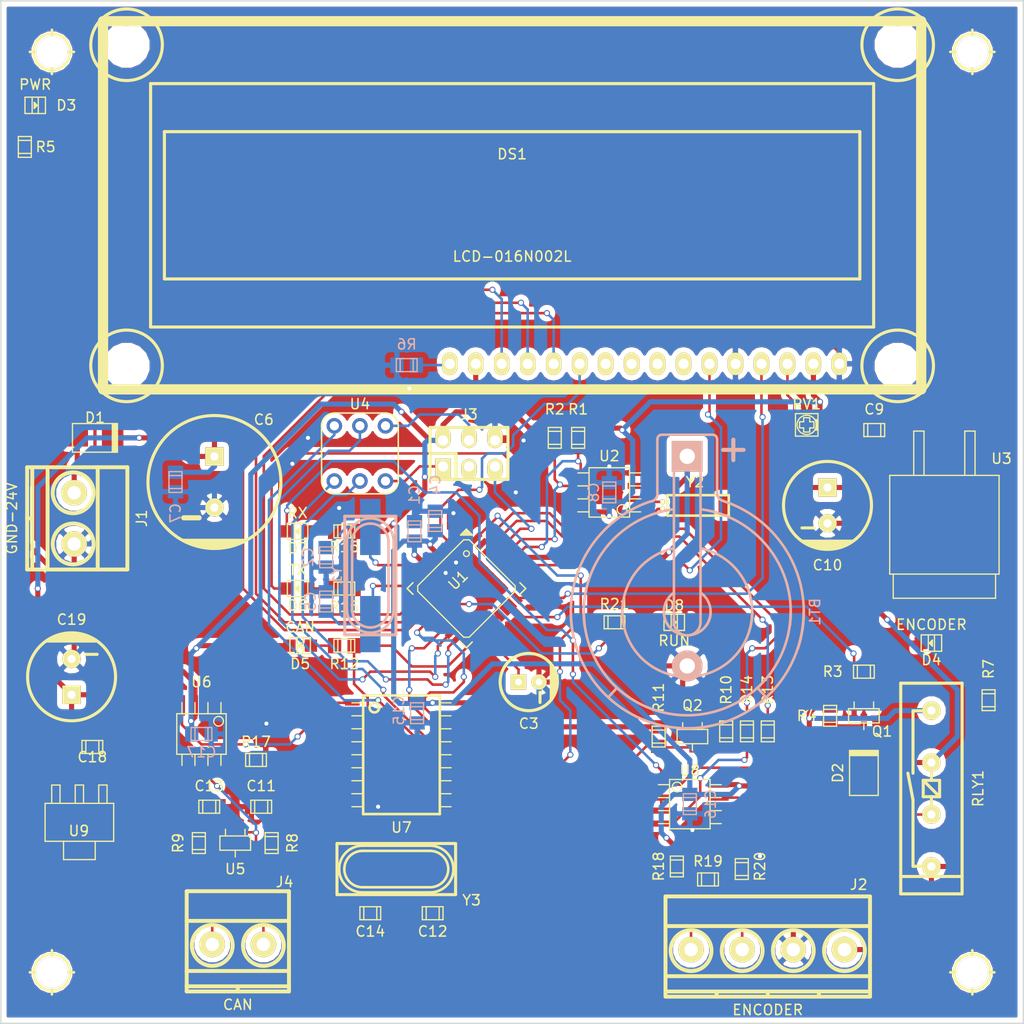
<source format=kicad_pcb>
(kicad_pcb (version 4) (host pcbnew 4.0.6)
  (layers (0 F.Cu signal) (31 B.Cu signal) (34 B.Paste user) (35 F.Paste user) (36 B.SilkS user) (37 F.SilkS user) (38 B.Mask user) (39 F.Mask user) (44 Edge.Cuts user))
  (net 0 "")
  (net 1 GND)
  (net 2 +BATT)
  (net 3 +5V)
  (net 4 /XTAL1)
  (net 5 /XTAL2)
  (net 6 "Net-(C11-Pad1)")
  (net 7 /XTAL5)
  (net 8 "Net-(C13-Pad1)")
  (net 9 /XTAL6)
  (net 10 "Net-(D1-Pad1)")
  (net 11 "Net-(D2-Pad1)")
  (net 12 "Net-(D3-Pad1)")
  (net 13 "Net-(D4-Pad1)")
  (net 14 "Net-(D5-Pad1)")
  (net 15 "Net-(D6-Pad1)")
  (net 16 /TX)
  (net 17 "Net-(D7-Pad1)")
  (net 18 "Net-(D7-Pad2)")
  (net 19 "Net-(J2-Pad4)")
  (net 20 /A)
  (net 21 /B)
  (net 22 /MISO)
  (net 23 /SCK)
  (net 24 /MOSI)
  (net 25 /RST)
  (net 26 /CAN_H)
  (net 27 /CAN_L)
  (net 28 "Net-(Q1-Pad1)")
  (net 29 "Net-(Q2-Pad1)")
  (net 30 "Net-(Q2-Pad2)")
  (net 31 /SDA)
  (net 32 /SCL)
  (net 33 /ENCODER_EN)
  (net 34 /CAN_SCK)
  (net 35 /RX)
  (net 36 "Net-(U1-Pad1)")
  (net 37 /CAN_INT)
  (net 38 /CAN_RS)
  (net 39 /CAN_CS)
  (net 40 /PB3)
  (net 41 /PB4)
  (net 42 "Net-(U1-Pad19)")
  (net 43 "Net-(U1-Pad22)")
  (net 44 /XTAL3)
  (net 45 /XTAL4)
  (net 46 /CAN_MISO)
  (net 47 /CAN_MOSI)
  (net 48 /TXD_CAN)
  (net 49 /RXD_CAN)
  (net 50 "Net-(U6-Pad5)")
  (net 51 "Net-(U7-Pad3)")
  (net 52 "Net-(U7-Pad4)")
  (net 53 "Net-(U7-Pad5)")
  (net 54 "Net-(U7-Pad6)")
  (net 55 "Net-(U7-Pad10)")
  (net 56 "Net-(U7-Pad11)")
  (net 57 "Net-(C3-Pad1)")
  (net 58 "Net-(C6-Pad1)")
  (net 59 "Net-(DS1-Pad3)")
  (net 60 /LCD_RS)
  (net 61 /LCD_EN)
  (net 62 "Net-(DS1-Pad7)")
  (net 63 "Net-(DS1-Pad8)")
  (net 64 "Net-(DS1-Pad9)")
  (net 65 "Net-(DS1-Pad10)")
  (net 66 /LCD_D4)
  (net 67 /LCD_D5)
  (net 68 /LCD_D6)
  (net 69 /LCD_D7)
  (net 70 "Net-(DS1-Pad16)")
  (net 71 "Net-(R14-Pad2)")
  (net 72 "Net-(R17-Pad2)")
  (net 73 "Net-(U2-Pad7)")
  (net 74 "Net-(D8-Pad1)")
  (net 75 /HEART_BEAT)
  (net 76 +5C)
  (module w_battery_holders:keystone_103 (layer B.Cu) (at 87.122 79.756 90)
    (fp_text reference BT1 (at 0 12.4968 90) (layer B.SilkS) (effects (justify mirror)))
    (fp_text value Battery hide)
    (pad 2 thru_hole circle (at -5.2832 0 90) (size 2.99974 2.99974) (drill 1.4986) (layers *.Cu *.Mask B.SilkS) (net 1 GND))
    (pad 1 thru_hole rect (at 15.2146 0 90) (size 2.9972 2.9972) (drill 1.4986) (layers *.Cu *.Mask B.SilkS) (net 2 +BATT))
  )
  (module w_smd_cap:c_0805 (layer B.Cu) (at 60.452 71.882 270)
    (fp_text reference C1 (at -3.556 0 270) (layer B.SilkS) (effects (justify mirror)))
    (fp_text value "100nF 50V" hide)
    (pad 1 smd rect (at 0.9525 0 270) (size 1.30048 1.4986) (layers B.Cu B.Paste B.Mask) (net 3 +5V))
    (pad 2 smd rect (at -0.9525 0 270) (size 1.30048 1.4986) (layers B.Cu B.Paste B.Mask) (net 1 GND))
  )
  (module w_smd_cap:c_0805 (layer B.Cu) (at 51.816 74.422 90)
    (fp_text reference C2 (at 0 -1.778 90) (layer B.SilkS) (effects (justify mirror)))
    (fp_text value 22pF hide)
    (pad 1 smd rect (at 0.9525 0 90) (size 1.30048 1.4986) (layers B.Cu B.Paste B.Mask) (net 4 /XTAL1))
    (pad 2 smd rect (at -0.9525 0 90) (size 1.30048 1.4986) (layers B.Cu B.Paste B.Mask) (net 1 GND))
  )
  (module w_smd_cap:c_0805 (layer B.Cu) (at 62.484 70.866 270)
    (fp_text reference C4 (at -3.556 0 270) (layer B.SilkS) (effects (justify mirror)))
    (fp_text value "100nF 50V" hide)
    (pad 1 smd rect (at 0.9525 0 270) (size 1.30048 1.4986) (layers B.Cu B.Paste B.Mask) (net 3 +5V))
    (pad 2 smd rect (at -0.9525 0 270) (size 1.30048 1.4986) (layers B.Cu B.Paste B.Mask) (net 1 GND))
  )
  (module w_smd_cap:c_0805 (layer B.Cu) (at 51.816 78.74 270)
    (fp_text reference C5 (at 0 1.524 270) (layer B.SilkS) (effects (justify mirror)))
    (fp_text value 22pF hide)
    (pad 1 smd rect (at 0.9525 0 270) (size 1.30048 1.4986) (layers B.Cu B.Paste B.Mask) (net 5 /XTAL2))
    (pad 2 smd rect (at -0.9525 0 270) (size 1.30048 1.4986) (layers B.Cu B.Paste B.Mask) (net 1 GND))
  )
  (module w_capacitors:CP_12.5x25mm (layer F.Cu) (at 40.894 67.056 180)
    (fp_text reference C6 (at -4.826 6.096 180) (layer F.SilkS))
    (fp_text value "470uF 63V" hide)
    (pad 1 thru_hole rect (at 0 2.5 180) (size 1.8 1.8) (drill 0.8) (layers *.Cu *.Mask F.SilkS) (net 58 "Net-(C6-Pad1)"))
    (pad 2 thru_hole circle (at 0 -2.5 180) (size 1.8 1.8) (drill 0.8) (layers *.Cu *.Mask F.SilkS) (net 1 GND))
  )
  (module w_smd_cap:c_0805 (layer B.Cu) (at 37.084 67.056 90)
    (fp_text reference C7 (at -3.048 0 90) (layer B.SilkS) (effects (justify mirror)))
    (fp_text value "100nF 50V" hide)
    (pad 1 smd rect (at 0.9525 0 90) (size 1.30048 1.4986) (layers B.Cu B.Paste B.Mask) (net 58 "Net-(C6-Pad1)"))
    (pad 2 smd rect (at -0.9525 0 90) (size 1.30048 1.4986) (layers B.Cu B.Paste B.Mask) (net 1 GND))
  )
  (module w_smd_cap:c_0805 (layer B.Cu) (at 79.502 68.072 270)
    (fp_text reference C8 (at 0 1.524 270) (layer B.SilkS) (effects (justify mirror)))
    (fp_text value "100nF 50V" hide)
    (pad 1 smd rect (at 0.9525 0 270) (size 1.30048 1.4986) (layers B.Cu B.Paste B.Mask) (net 3 +5V))
    (pad 2 smd rect (at -0.9525 0 270) (size 1.30048 1.4986) (layers B.Cu B.Paste B.Mask) (net 1 GND))
  )
  (module w_smd_cap:c_0805 (layer F.Cu) (at 105.41 61.976)
    (fp_text reference C9 (at 0 -2.032) (layer F.SilkS))
    (fp_text value "100nF 50V" hide)
    (pad 1 smd rect (at 0.9525 0) (size 1.30048 1.4986) (layers F.Cu F.Paste F.Mask) (net 76 +5C))
    (pad 2 smd rect (at -0.9525 0) (size 1.30048 1.4986) (layers F.Cu F.Paste F.Mask) (net 1 GND))
  )
  (module w_capacitors:CP_8x11.5mm (layer F.Cu) (at 100.838 69.342 180)
    (fp_text reference C10 (at 0 -5.842 180) (layer F.SilkS))
    (fp_text value "470uF 10V" hide)
    (pad 1 thru_hole rect (at 0 1.75 180) (size 1.8 1.8) (drill 0.8) (layers *.Cu *.Mask F.SilkS) (net 76 +5C))
    (pad 2 thru_hole circle (at 0 -1.75 180) (size 1.8 1.8) (drill 0.8) (layers *.Cu *.Mask F.SilkS) (net 1 GND))
  )
  (module w_smd_cap:c_0805 (layer F.Cu) (at 45.466 98.806)
    (fp_text reference C11 (at 0 -2.032) (layer F.SilkS))
    (fp_text value 560pF hide)
    (pad 1 smd rect (at 0.9525 0) (size 1.30048 1.4986) (layers F.Cu F.Paste F.Mask) (net 6 "Net-(C11-Pad1)"))
    (pad 2 smd rect (at -0.9525 0) (size 1.30048 1.4986) (layers F.Cu F.Paste F.Mask) (net 1 GND))
  )
  (module w_smd_cap:c_0805 (layer F.Cu) (at 62.23 109.22)
    (fp_text reference C12 (at 0 1.778) (layer F.SilkS))
    (fp_text value 22pF hide)
    (pad 1 smd rect (at 0.9525 0) (size 1.30048 1.4986) (layers F.Cu F.Paste F.Mask) (net 7 /XTAL5))
    (pad 2 smd rect (at -0.9525 0) (size 1.30048 1.4986) (layers F.Cu F.Paste F.Mask) (net 1 GND))
  )
  (module w_smd_cap:c_0805 (layer F.Cu) (at 40.386 98.806 180)
    (fp_text reference C13 (at 0 2.032 180) (layer F.SilkS))
    (fp_text value 560pF hide)
    (pad 1 smd rect (at 0.9525 0 180) (size 1.30048 1.4986) (layers F.Cu F.Paste F.Mask) (net 8 "Net-(C13-Pad1)"))
    (pad 2 smd rect (at -0.9525 0 180) (size 1.30048 1.4986) (layers F.Cu F.Paste F.Mask) (net 1 GND))
  )
  (module w_smd_cap:c_0805 (layer F.Cu) (at 56.134 109.22 180)
    (fp_text reference C14 (at 0 -1.778 180) (layer F.SilkS))
    (fp_text value 22pF hide)
    (pad 1 smd rect (at 0.9525 0 180) (size 1.30048 1.4986) (layers F.Cu F.Paste F.Mask) (net 9 /XTAL6))
    (pad 2 smd rect (at -0.9525 0 180) (size 1.30048 1.4986) (layers F.Cu F.Paste F.Mask) (net 1 GND))
  )
  (module w_smd_cap:c_0805 (layer B.Cu) (at 60.706 89.662 90)
    (fp_text reference C15 (at 0.254 -1.778 90) (layer B.SilkS) (effects (justify mirror)))
    (fp_text value "100nF 50V" hide)
    (pad 1 smd rect (at 0.9525 0 90) (size 1.30048 1.4986) (layers B.Cu B.Paste B.Mask) (net 3 +5V))
    (pad 2 smd rect (at -0.9525 0 90) (size 1.30048 1.4986) (layers B.Cu B.Paste B.Mask) (net 1 GND))
  )
  (module w_smd_cap:c_0805 (layer B.Cu) (at 87.376 98.552 90)
    (fp_text reference C16 (at 0 2.032 90) (layer B.SilkS) (effects (justify mirror)))
    (fp_text value "100nF 50V" hide)
    (pad 1 smd rect (at 0.9525 0 90) (size 1.30048 1.4986) (layers B.Cu B.Paste B.Mask) (net 3 +5V))
    (pad 2 smd rect (at -0.9525 0 90) (size 1.30048 1.4986) (layers B.Cu B.Paste B.Mask) (net 1 GND))
  )
  (module w_smd_cap:c_0805 (layer B.Cu) (at 39.624 91.694 180)
    (fp_text reference C17 (at 0 -1.778 180) (layer B.SilkS) (effects (justify mirror)))
    (fp_text value "100nF 50V" hide)
    (pad 1 smd rect (at 0.9525 0 180) (size 1.30048 1.4986) (layers B.Cu B.Paste B.Mask) (net 3 +5V))
    (pad 2 smd rect (at -0.9525 0 180) (size 1.30048 1.4986) (layers B.Cu B.Paste B.Mask) (net 1 GND))
  )
  (module w_smd_diode:do214ac (layer F.Cu) (at 29.21 62.738)
    (fp_text reference D1 (at 0 -1.9685) (layer F.SilkS))
    (fp_text value RGF1A hide)
    (pad 2 smd rect (at 1.72974 0) (size 2.10058 1.69926) (layers F.Cu F.Paste F.Mask) (net 58 "Net-(C6-Pad1)"))
    (pad 1 smd rect (at -1.72974 0) (size 2.10058 1.69926) (layers F.Cu F.Paste F.Mask) (net 10 "Net-(D1-Pad1)"))
  )
  (module w_smd_diode:do214ac (layer F.Cu) (at 104.394 95.504 90)
    (fp_text reference D2 (at 0 -2.54 270) (layer F.SilkS))
    (fp_text value RGF1A hide)
    (pad 2 smd rect (at 1.72974 0 90) (size 2.10058 1.69926) (layers F.Cu F.Paste F.Mask) (net 76 +5C))
    (pad 1 smd rect (at -1.72974 0 90) (size 2.10058 1.69926) (layers F.Cu F.Paste F.Mask) (net 11 "Net-(D2-Pad1)"))
  )
  (module w_smd_leds:Led_0805 (layer F.Cu) (at 23.368 30.226)
    (fp_text reference D3 (at 3.048 0) (layer F.SilkS))
    (fp_text value PWR (at 0 -2.032) (layer F.SilkS))
    (pad 1 smd rect (at -1.04902 0) (size 1.19888 1.19888) (layers F.Cu F.Paste F.Mask) (net 12 "Net-(D3-Pad1)"))
    (pad 2 smd rect (at 1.04902 0) (size 1.19888 1.19888) (layers F.Cu F.Paste F.Mask) (net 1 GND))
  )
  (module w_smd_leds:Led_0805 (layer F.Cu) (at 110.998 82.804 180)
    (fp_text reference D4 (at 0 -1.651 180) (layer F.SilkS))
    (fp_text value ENCODER (at 0 1.80086 180) (layer F.SilkS))
    (pad 1 smd rect (at -1.04902 0 180) (size 1.19888 1.19888) (layers F.Cu F.Paste F.Mask) (net 13 "Net-(D4-Pad1)"))
    (pad 2 smd rect (at 1.04902 0 180) (size 1.19888 1.19888) (layers F.Cu F.Paste F.Mask) (net 1 GND))
  )
  (module w_smd_leds:Led_0805 (layer F.Cu) (at 49.276 83.058 180)
    (fp_text reference D5 (at 0 -1.778 180) (layer F.SilkS))
    (fp_text value CAN (at 0 1.80086 180) (layer F.SilkS))
    (pad 1 smd rect (at -1.04902 0 180) (size 1.19888 1.19888) (layers F.Cu F.Paste F.Mask) (net 14 "Net-(D5-Pad1)"))
    (pad 2 smd rect (at 1.04902 0 180) (size 1.19888 1.19888) (layers F.Cu F.Paste F.Mask) (net 3 +5V))
  )
  (module w_smd_leds:Led_0805 (layer F.Cu) (at 49.022 77.47 180)
    (fp_text reference D6 (at 0 -1.651 180) (layer F.SilkS))
    (fp_text value TX (at 0 1.80086 180) (layer F.SilkS))
    (pad 1 smd rect (at -1.04902 0 180) (size 1.19888 1.19888) (layers F.Cu F.Paste F.Mask) (net 15 "Net-(D6-Pad1)"))
    (pad 2 smd rect (at 1.04902 0 180) (size 1.19888 1.19888) (layers F.Cu F.Paste F.Mask) (net 16 /TX))
  )
  (module w_smd_leds:Led_0805 (layer F.Cu) (at 49.022 71.882 180)
    (fp_text reference D7 (at 0 -1.651 180) (layer F.SilkS))
    (fp_text value RX (at 0 1.80086 180) (layer F.SilkS))
    (pad 1 smd rect (at -1.04902 0 180) (size 1.19888 1.19888) (layers F.Cu F.Paste F.Mask) (net 17 "Net-(D7-Pad1)"))
    (pad 2 smd rect (at 1.04902 0 180) (size 1.19888 1.19888) (layers F.Cu F.Paste F.Mask) (net 18 "Net-(D7-Pad2)"))
  )
  (module w_indicators:lcd_16x2 (layer F.Cu) (at 70 40 180)
    (fp_text reference DS1 (at 0 5.00126 180) (layer F.SilkS))
    (fp_text value LCD-016N002L (at 0 -5.00126 180) (layer F.SilkS))
    (pad "" np_thru_hole circle (at -37.7 -15.7 180) (size 3.5 3.5) (drill 3.5) (layers *.Cu *.Mask F.SilkS))
    (pad "" np_thru_hole circle (at 37.7 -15.7 180) (size 3.5 3.5) (drill 3.5) (layers *.Cu *.Mask F.SilkS))
    (pad "" np_thru_hole circle (at 37.7 15.7 180) (size 3.5 3.5) (drill 3.5) (layers *.Cu *.Mask F.SilkS))
    (pad "" np_thru_hole circle (at -37.7 15.7 180) (size 3.5 3.5) (drill 3.5) (layers *.Cu *.Mask F.SilkS))
    (pad 1 thru_hole oval (at -32 -15.5 180) (size 1.5 2.2) (drill 1) (layers *.Cu *.Mask F.SilkS) (net 1 GND))
    (pad 2 thru_hole oval (at -29.46 -15.5 180) (size 1.5 2.2) (drill 1) (layers *.Cu *.Mask F.SilkS) (net 3 +5V))
    (pad 3 thru_hole oval (at -26.92 -15.5 180) (size 1.5 2.2) (drill 1) (layers *.Cu *.Mask F.SilkS) (net 59 "Net-(DS1-Pad3)"))
    (pad 4 thru_hole oval (at -24.38 -15.5 180) (size 1.5 2.2) (drill 1) (layers *.Cu *.Mask F.SilkS) (net 60 /LCD_RS))
    (pad 5 thru_hole oval (at -21.84 -15.5 180) (size 1.5 2.2) (drill 1) (layers *.Cu *.Mask F.SilkS) (net 1 GND))
    (pad 6 thru_hole oval (at -19.3 -15.5 180) (size 1.5 2.2) (drill 1) (layers *.Cu *.Mask F.SilkS) (net 61 /LCD_EN))
    (pad 7 thru_hole oval (at -16.76 -15.5 180) (size 1.5 2.2) (drill 1) (layers *.Cu *.Mask F.SilkS) (net 62 "Net-(DS1-Pad7)"))
    (pad 8 thru_hole oval (at -14.22 -15.5 180) (size 1.5 2.2) (drill 1) (layers *.Cu *.Mask F.SilkS) (net 63 "Net-(DS1-Pad8)"))
    (pad 9 thru_hole oval (at -11.68 -15.5 180) (size 1.5 2.2) (drill 1) (layers *.Cu *.Mask F.SilkS) (net 64 "Net-(DS1-Pad9)"))
    (pad 10 thru_hole oval (at -9.14 -15.5 180) (size 1.5 2.2) (drill 1) (layers *.Cu *.Mask F.SilkS) (net 65 "Net-(DS1-Pad10)"))
    (pad 11 thru_hole oval (at -6.6 -15.5 180) (size 1.5 2.2) (drill 1) (layers *.Cu *.Mask F.SilkS) (net 66 /LCD_D4))
    (pad 12 thru_hole oval (at -4.06 -15.5 180) (size 1.5 2.2) (drill 1) (layers *.Cu *.Mask F.SilkS) (net 67 /LCD_D5))
    (pad 13 thru_hole oval (at -1.52 -15.5 180) (size 1.5 2.2) (drill 1) (layers *.Cu *.Mask F.SilkS) (net 68 /LCD_D6))
    (pad 14 thru_hole oval (at 1.02 -15.5 180) (size 1.5 2.2) (drill 1) (layers *.Cu *.Mask F.SilkS) (net 69 /LCD_D7))
    (pad 15 thru_hole oval (at 3.56 -15.5 180) (size 1.5 2.2) (drill 1) (layers *.Cu *.Mask F.SilkS) (net 3 +5V))
    (pad 16 thru_hole oval (at 6.1 -15.5 180) (size 1.5 2.2) (drill 1) (layers *.Cu *.Mask F.SilkS) (net 70 "Net-(DS1-Pad16)"))
  )
  (module w_conn_mkds:mkds_1,5-4 (layer F.Cu) (at 94.996 112.776)
    (fp_text reference J2 (at 8.89 -6.35) (layer F.SilkS))
    (fp_text value ENCODER (at 0 5.9) (layer F.SilkS))
    (pad 4 thru_hole circle (at 7.5 0) (size 2.5 2.5) (drill 1.3) (layers *.Cu *.Mask F.SilkS) (net 19 "Net-(J2-Pad4)"))
    (pad 3 thru_hole circle (at 2.5 0) (size 2.5 2.5) (drill 1.3) (layers *.Cu *.Mask F.SilkS) (net 1 GND))
    (pad 1 thru_hole circle (at -7.5 0) (size 2.5 2.5) (drill 1.3) (layers *.Cu *.Mask F.SilkS) (net 20 /A))
    (pad 2 thru_hole circle (at -2.5 0) (size 2.5 2.5) (drill 1.3) (layers *.Cu *.Mask F.SilkS) (net 21 /B))
  )
  (module w_pin_strip:pin_strip_3x2 (layer F.Cu) (at 65.786 64.262)
    (fp_text reference J3 (at 0 -3.81) (layer F.SilkS))
    (fp_text value ICSP hide)
    (pad 1 thru_hole rect (at -2.54 1.27) (size 1.524 1.99898) (drill 1.00076 (offset 0 0.24892)) (layers *.Cu *.Mask F.SilkS) (net 22 /MISO))
    (pad 2 thru_hole oval (at -2.54 -1.27) (size 1.524 1.99898) (drill 1.00076 (offset 0 -0.24892)) (layers *.Cu *.Mask F.SilkS) (net 3 +5V))
    (pad 3 thru_hole oval (at 0 1.27) (size 1.524 1.99898) (drill 1.00076 (offset 0 0.24892)) (layers *.Cu *.Mask F.SilkS) (net 23 /SCK))
    (pad 4 thru_hole oval (at 0 -1.27) (size 1.524 1.99898) (drill 1.00076 (offset 0 -0.24892)) (layers *.Cu *.Mask F.SilkS) (net 24 /MOSI))
    (pad 5 thru_hole oval (at 2.54 1.27) (size 1.524 1.99898) (drill 1.00076 (offset 0 0.24892)) (layers *.Cu *.Mask F.SilkS) (net 25 /RST))
    (pad 6 thru_hole oval (at 2.54 -1.27) (size 1.524 1.99898) (drill 1.00076 (offset 0 -0.24892)) (layers *.Cu *.Mask F.SilkS) (net 1 GND))
  )
  (module w_conn_mkds:mkds_1,5-2 (layer F.Cu) (at 43.18 112.268)
    (fp_text reference J4 (at 4.572 -6.096) (layer F.SilkS))
    (fp_text value CAN (at 0 5.9) (layer F.SilkS))
    (pad 1 thru_hole circle (at -2.5 0) (size 2.5 2.5) (drill 1.3) (layers *.Cu *.Mask F.SilkS) (net 27 /CAN_L))
    (pad 2 thru_hole circle (at 2.5 0) (size 2.5 2.5) (drill 1.3) (layers *.Cu *.Mask F.SilkS) (net 26 /CAN_H))
  )
  (module w_smd_trans:sot23 (layer F.Cu) (at 104.394 89.916 180)
    (fp_text reference Q1 (at -1.778 -1.524 360) (layer F.SilkS))
    (fp_text value BC817 hide)
    (pad 1 smd rect (at -0.9525 1.05664 180) (size 0.59944 1.00076) (layers F.Cu F.Paste F.Mask) (net 28 "Net-(Q1-Pad1)"))
    (pad 2 smd rect (at 0 -1.05664 180) (size 0.59944 1.00076) (layers F.Cu F.Paste F.Mask) (net 11 "Net-(D2-Pad1)"))
    (pad 3 smd rect (at 0.9525 1.05664 180) (size 0.59944 1.00076) (layers F.Cu F.Paste F.Mask) (net 1 GND))
  )
  (module w_smd_trans:sot23 (layer F.Cu) (at 87.63 91.948 180)
    (fp_text reference Q2 (at 0 3.048 180) (layer F.SilkS))
    (fp_text value MMBT2222A hide)
    (pad 1 smd rect (at -0.9525 1.05664 180) (size 0.59944 1.00076) (layers F.Cu F.Paste F.Mask) (net 29 "Net-(Q2-Pad1)"))
    (pad 2 smd rect (at 0 -1.05664 180) (size 0.59944 1.00076) (layers F.Cu F.Paste F.Mask) (net 30 "Net-(Q2-Pad2)"))
    (pad 3 smd rect (at 0.9525 1.05664 180) (size 0.59944 1.00076) (layers F.Cu F.Paste F.Mask) (net 1 GND))
  )
  (module w_smd_resistors:r_0805 (layer F.Cu) (at 76.454 62.738 270)
    (fp_text reference R1 (at -2.794 0 360) (layer F.SilkS))
    (fp_text value 4k7 hide)
    (pad 1 smd rect (at 0.9525 0 270) (size 1.30048 1.4986) (layers F.Cu F.Paste F.Mask) (net 31 /SDA))
    (pad 2 smd rect (at -0.9525 0 270) (size 1.30048 1.4986) (layers F.Cu F.Paste F.Mask) (net 3 +5V))
  )
  (module w_smd_resistors:r_0805 (layer F.Cu) (at 74.168 62.738 270)
    (fp_text reference R2 (at -2.794 0 360) (layer F.SilkS))
    (fp_text value 4k7 hide)
    (pad 1 smd rect (at 0.9525 0 270) (size 1.30048 1.4986) (layers F.Cu F.Paste F.Mask) (net 32 /SCL))
    (pad 2 smd rect (at -0.9525 0 270) (size 1.30048 1.4986) (layers F.Cu F.Paste F.Mask) (net 3 +5V))
  )
  (module w_smd_resistors:r_0805 (layer F.Cu) (at 104.394 85.598 180)
    (fp_text reference R3 (at 3.048 0 180) (layer F.SilkS))
    (fp_text value 1k hide)
    (pad 1 smd rect (at 0.9525 0 180) (size 1.30048 1.4986) (layers F.Cu F.Paste F.Mask) (net 33 /ENCODER_EN))
    (pad 2 smd rect (at -0.9525 0 180) (size 1.30048 1.4986) (layers F.Cu F.Paste F.Mask) (net 28 "Net-(Q1-Pad1)"))
  )
  (module w_smd_resistors:r_0805 (layer F.Cu) (at 101.092 89.916 270)
    (fp_text reference R4 (at 0 2.286 360) (layer F.SilkS))
    (fp_text value 10k hide)
    (pad 1 smd rect (at 0.9525 0 270) (size 1.30048 1.4986) (layers F.Cu F.Paste F.Mask) (net 11 "Net-(D2-Pad1)"))
    (pad 2 smd rect (at -0.9525 0 270) (size 1.30048 1.4986) (layers F.Cu F.Paste F.Mask) (net 3 +5V))
  )
  (module w_smd_resistors:r_0805 (layer F.Cu) (at 22.352 34.29 90)
    (fp_text reference R5 (at 0 2.032 180) (layer F.SilkS))
    (fp_text value 1k hide)
    (pad 1 smd rect (at 0.9525 0 90) (size 1.30048 1.4986) (layers F.Cu F.Paste F.Mask) (net 12 "Net-(D3-Pad1)"))
    (pad 2 smd rect (at -0.9525 0 90) (size 1.30048 1.4986) (layers F.Cu F.Paste F.Mask) (net 3 +5V))
  )
  (module w_smd_resistors:r_0805 (layer B.Cu) (at 59.69 55.626)
    (fp_text reference R6 (at 0 -2.032) (layer B.SilkS) (effects (justify mirror)))
    (fp_text value 560R hide)
    (pad 1 smd rect (at 0.9525 0) (size 1.30048 1.4986) (layers B.Cu B.Paste B.Mask) (net 70 "Net-(DS1-Pad16)"))
    (pad 2 smd rect (at -0.9525 0) (size 1.30048 1.4986) (layers B.Cu B.Paste B.Mask) (net 1 GND))
  )
  (module w_smd_resistors:r_0805 (layer F.Cu) (at 116.586 88.392 90)
    (fp_text reference R7 (at 3.048 0 90) (layer F.SilkS))
    (fp_text value 1k hide)
    (pad 1 smd rect (at 0.9525 0 90) (size 1.30048 1.4986) (layers F.Cu F.Paste F.Mask) (net 13 "Net-(D4-Pad1)"))
    (pad 2 smd rect (at -0.9525 0 90) (size 1.30048 1.4986) (layers F.Cu F.Paste F.Mask) (net 19 "Net-(J2-Pad4)"))
  )
  (module w_smd_resistors:r_0805 (layer F.Cu) (at 46.482 102.362 90)
    (fp_text reference R8 (at 0 2.032 90) (layer F.SilkS))
    (fp_text value 100R hide)
    (pad 1 smd rect (at 0.9525 0 90) (size 1.30048 1.4986) (layers F.Cu F.Paste F.Mask) (net 6 "Net-(C11-Pad1)"))
    (pad 2 smd rect (at -0.9525 0 90) (size 1.30048 1.4986) (layers F.Cu F.Paste F.Mask) (net 26 /CAN_H))
  )
  (module w_smd_resistors:r_0805 (layer F.Cu) (at 39.37 102.362 90)
    (fp_text reference R9 (at 0 -2.032 90) (layer F.SilkS))
    (fp_text value 100R hide)
    (pad 1 smd rect (at 0.9525 0 90) (size 1.30048 1.4986) (layers F.Cu F.Paste F.Mask) (net 8 "Net-(C13-Pad1)"))
    (pad 2 smd rect (at -0.9525 0 90) (size 1.30048 1.4986) (layers F.Cu F.Paste F.Mask) (net 27 /CAN_L))
  )
  (module w_smd_resistors:r_0805 (layer F.Cu) (at 90.932 91.44 270)
    (fp_text reference R10 (at -4.064 0 270) (layer F.SilkS))
    (fp_text value 1k hide)
    (pad 1 smd rect (at 0.9525 0 270) (size 1.30048 1.4986) (layers F.Cu F.Paste F.Mask) (net 29 "Net-(Q2-Pad1)"))
    (pad 2 smd rect (at -0.9525 0 270) (size 1.30048 1.4986) (layers F.Cu F.Paste F.Mask) (net 16 /TX))
  )
  (module w_smd_resistors:r_0805 (layer F.Cu) (at 84.328 91.948 270)
    (fp_text reference R11 (at -3.81 0 270) (layer F.SilkS))
    (fp_text value 10k hide)
    (pad 1 smd rect (at 0.9525 0 270) (size 1.30048 1.4986) (layers F.Cu F.Paste F.Mask) (net 30 "Net-(Q2-Pad2)"))
    (pad 2 smd rect (at -0.9525 0 270) (size 1.30048 1.4986) (layers F.Cu F.Paste F.Mask) (net 3 +5V))
  )
  (module w_smd_resistors:r_0805 (layer F.Cu) (at 53.594 83.058 180)
    (fp_text reference R12 (at 0 -1.778 180) (layer F.SilkS))
    (fp_text value 1k hide)
    (pad 1 smd rect (at 0.9525 0 180) (size 1.30048 1.4986) (layers F.Cu F.Paste F.Mask) (net 14 "Net-(D5-Pad1)"))
    (pad 2 smd rect (at -0.9525 0 180) (size 1.30048 1.4986) (layers F.Cu F.Paste F.Mask) (net 34 /CAN_SCK))
  )
  (module w_smd_resistors:r_0805 (layer F.Cu) (at 94.996 91.44 270)
    (fp_text reference R13 (at -4.064 0 450) (layer F.SilkS))
    (fp_text value 1k hide)
    (pad 1 smd rect (at 0.9525 0 270) (size 1.30048 1.4986) (layers F.Cu F.Paste F.Mask) (net 18 "Net-(D7-Pad2)"))
    (pad 2 smd rect (at -0.9525 0 270) (size 1.30048 1.4986) (layers F.Cu F.Paste F.Mask) (net 35 /RX))
  )
  (module w_smd_resistors:r_0805 (layer F.Cu) (at 92.964 91.44 90)
    (fp_text reference R14 (at 4.064 0 90) (layer F.SilkS))
    (fp_text value 1k hide)
    (pad 1 smd rect (at 0.9525 0 90) (size 1.30048 1.4986) (layers F.Cu F.Paste F.Mask) (net 16 /TX))
    (pad 2 smd rect (at -0.9525 0 90) (size 1.30048 1.4986) (layers F.Cu F.Paste F.Mask) (net 71 "Net-(R14-Pad2)"))
  )
  (module w_smd_resistors:r_0805 (layer F.Cu) (at 53.594 77.47 180)
    (fp_text reference R15 (at 0 -1.778 180) (layer F.SilkS))
    (fp_text value 560R hide)
    (pad 1 smd rect (at 0.9525 0 180) (size 1.30048 1.4986) (layers F.Cu F.Paste F.Mask) (net 15 "Net-(D6-Pad1)"))
    (pad 2 smd rect (at -0.9525 0 180) (size 1.30048 1.4986) (layers F.Cu F.Paste F.Mask) (net 3 +5V))
  )
  (module w_smd_resistors:r_0805 (layer F.Cu) (at 53.594 71.882 180)
    (fp_text reference R16 (at 0 -1.524 180) (layer F.SilkS))
    (fp_text value 1k hide)
    (pad 1 smd rect (at 0.9525 0 180) (size 1.30048 1.4986) (layers F.Cu F.Paste F.Mask) (net 17 "Net-(D7-Pad1)"))
    (pad 2 smd rect (at -0.9525 0 180) (size 1.30048 1.4986) (layers F.Cu F.Paste F.Mask) (net 3 +5V))
  )
  (module w_smd_resistors:r_0805 (layer F.Cu) (at 44.958 94.234)
    (fp_text reference R17 (at 0 -1.778) (layer F.SilkS))
    (fp_text value 4k7 hide)
    (pad 1 smd rect (at 0.9525 0) (size 1.30048 1.4986) (layers F.Cu F.Paste F.Mask) (net 1 GND))
    (pad 2 smd rect (at -0.9525 0) (size 1.30048 1.4986) (layers F.Cu F.Paste F.Mask) (net 72 "Net-(R17-Pad2)"))
  )
  (module w_smd_resistors:r_0805 (layer F.Cu) (at 86.106 104.648 270)
    (fp_text reference R18 (at 0 1.778 270) (layer F.SilkS))
    (fp_text value 560R hide)
    (pad 1 smd rect (at 0.9525 0 270) (size 1.30048 1.4986) (layers F.Cu F.Paste F.Mask) (net 20 /A))
    (pad 2 smd rect (at -0.9525 0 270) (size 1.30048 1.4986) (layers F.Cu F.Paste F.Mask) (net 3 +5V))
  )
  (module w_smd_resistors:r_0805 (layer F.Cu) (at 89.154 105.918)
    (fp_text reference R19 (at 0 -1.778) (layer F.SilkS))
    (fp_text value 120R hide)
    (pad 1 smd rect (at 0.9525 0) (size 1.30048 1.4986) (layers F.Cu F.Paste F.Mask) (net 21 /B))
    (pad 2 smd rect (at -0.9525 0) (size 1.30048 1.4986) (layers F.Cu F.Paste F.Mask) (net 20 /A))
  )
  (module w_smd_resistors:r_0805 (layer F.Cu) (at 92.456 104.902 90)
    (fp_text reference R20 (at 0.254 1.778 90) (layer F.SilkS))
    (fp_text value 560R hide)
    (pad 1 smd rect (at 0.9525 0 90) (size 1.30048 1.4986) (layers F.Cu F.Paste F.Mask) (net 1 GND))
    (pad 2 smd rect (at -0.9525 0 90) (size 1.30048 1.4986) (layers F.Cu F.Paste F.Mask) (net 21 /B))
  )
  (module w_relay:relay_9001 (layer F.Cu) (at 110.998 97.028 90)
    (fp_text reference RLY1 (at 0 4.572 90) (layer F.SilkS))
    (fp_text value SH1NAC-5V hide)
    (pad 3 thru_hole circle (at -2.54 0 90) (size 1.8 1.8) (drill 0.8) (layers *.Cu *.Mask F.SilkS) (net 11 "Net-(D2-Pad1)"))
    (pad 5 thru_hole circle (at 2.54 0 90) (size 1.8 1.8) (drill 0.8) (layers *.Cu *.Mask F.SilkS) (net 76 +5C))
    (pad 7 thru_hole circle (at 7.62 0 90) (size 1.8 1.8) (drill 0.8) (layers *.Cu *.Mask F.SilkS) (net 3 +5V))
    (pad 1 thru_hole circle (at -7.62 0 90) (size 1.8 1.8) (drill 0.8) (layers *.Cu *.Mask F.SilkS) (net 19 "Net-(J2-Pad4)"))
  )
  (module w_smd_resistors:trim_murata_pva2a (layer F.Cu) (at 98.806 61.468 90)
    (fp_text reference RV1 (at 2.032 0 180) (layer F.SilkS))
    (fp_text value POT hide)
    (pad 1 smd rect (at -0.65024 1.30048 90) (size 0.59944 0.8001) (layers F.Cu F.Paste F.Mask) (net 1 GND))
    (pad 2 smd rect (at 0 -1.19888 90) (size 1.09982 0.70104) (layers F.Cu F.Paste F.Mask) (net 59 "Net-(DS1-Pad3)"))
    (pad 3 smd rect (at 0.65024 1.30048 90) (size 0.59944 0.8001) (layers F.Cu F.Paste F.Mask) (net 3 +5V))
  )
  (module w_smd_lqfp:lqfp32 (layer F.Cu) (at 65.532 77.47 225)
    (fp_text reference U1 (at 0 1.143 225) (layer F.SilkS))
    (fp_text value ATMEGA328P-PU hide)
    (pad 4 smd rect (at -0.39878 4.09956 225) (size 0.55118 1.30048) (layers F.Cu F.Paste F.Mask) (net 3 +5V))
    (pad 5 smd rect (at 0.39878 4.09956 225) (size 0.55118 1.30048) (layers F.Cu F.Paste F.Mask) (net 1 GND))
    (pad 6 smd rect (at 1.19888 4.09956 225) (size 0.55118 1.30048) (layers F.Cu F.Paste F.Mask) (net 3 +5V))
    (pad 7 smd rect (at 1.99898 4.09956 225) (size 0.55118 1.30048) (layers F.Cu F.Paste F.Mask) (net 4 /XTAL1))
    (pad 8 smd rect (at 2.79908 4.09956 225) (size 0.55118 1.30048) (layers F.Cu F.Paste F.Mask) (net 5 /XTAL2))
    (pad 1 smd rect (at -2.79908 4.09956 225) (size 0.55118 1.30048) (layers F.Cu F.Paste F.Mask) (net 36 "Net-(U1-Pad1)"))
    (pad 2 smd rect (at -1.99898 4.09956 225) (size 0.55118 1.30048) (layers F.Cu F.Paste F.Mask) (net 66 /LCD_D4))
    (pad 3 smd rect (at -1.19888 4.09956 225) (size 0.55118 1.30048) (layers F.Cu F.Paste F.Mask) (net 1 GND))
    (pad 9 smd rect (at 4.09956 2.79908 225) (size 1.30048 0.55118) (layers F.Cu F.Paste F.Mask) (net 67 /LCD_D5))
    (pad 10 smd rect (at 4.09956 1.99898 225) (size 1.30048 0.55118) (layers F.Cu F.Paste F.Mask) (net 68 /LCD_D6))
    (pad 11 smd rect (at 4.09956 1.19888 225) (size 1.30048 0.55118) (layers F.Cu F.Paste F.Mask) (net 69 /LCD_D7))
    (pad 12 smd rect (at 4.09956 0.39878 225) (size 1.30048 0.55118) (layers F.Cu F.Paste F.Mask) (net 38 /CAN_RS))
    (pad 13 smd rect (at 4.09956 -0.39878 225) (size 1.30048 0.55118) (layers F.Cu F.Paste F.Mask) (net 75 /HEART_BEAT))
    (pad 14 smd rect (at 4.09956 -1.19888 225) (size 1.30048 0.55118) (layers F.Cu F.Paste F.Mask) (net 39 /CAN_CS))
    (pad 15 smd rect (at 4.09956 -1.99898 225) (size 1.30048 0.55118) (layers F.Cu F.Paste F.Mask) (net 40 /PB3))
    (pad 16 smd rect (at 4.09956 -2.79908 225) (size 1.30048 0.55118) (layers F.Cu F.Paste F.Mask) (net 41 /PB4))
    (pad 17 smd rect (at 2.79908 -4.09956 225) (size 0.55118 1.30048) (layers F.Cu F.Paste F.Mask) (net 34 /CAN_SCK))
    (pad 18 smd rect (at 1.99898 -4.09956 225) (size 0.55118 1.30048) (layers F.Cu F.Paste F.Mask) (net 57 "Net-(C3-Pad1)"))
    (pad 19 smd rect (at 1.19888 -4.09956 225) (size 0.55118 1.30048) (layers F.Cu F.Paste F.Mask) (net 42 "Net-(U1-Pad19)"))
    (pad 20 smd rect (at 0.39878 -4.09956 225) (size 0.55118 1.30048) (layers F.Cu F.Paste F.Mask) (net 1 GND))
    (pad 21 smd rect (at -0.39878 -4.09956 225) (size 0.55118 1.30048) (layers F.Cu F.Paste F.Mask) (net 1 GND))
    (pad 22 smd rect (at -1.19888 -4.09956 225) (size 0.55118 1.30048) (layers F.Cu F.Paste F.Mask) (net 43 "Net-(U1-Pad22)"))
    (pad 23 smd rect (at -1.99898 -4.09956 225) (size 0.55118 1.30048) (layers F.Cu F.Paste F.Mask) (net 33 /ENCODER_EN))
    (pad 24 smd rect (at -2.79908 -4.09956 225) (size 0.55118 1.30048) (layers F.Cu F.Paste F.Mask) (net 60 /LCD_RS))
    (pad 25 smd rect (at -4.09956 -2.79908 225) (size 1.30048 0.55118) (layers F.Cu F.Paste F.Mask) (net 61 /LCD_EN))
    (pad 26 smd rect (at -4.09956 -1.99898 225) (size 1.30048 0.55118) (layers F.Cu F.Paste F.Mask) (net 2 +BATT))
    (pad 27 smd rect (at -4.09956 -1.19888 225) (size 1.30048 0.55118) (layers F.Cu F.Paste F.Mask) (net 31 /SDA))
    (pad 28 smd rect (at -4.09956 -0.39878 225) (size 1.30048 0.55118) (layers F.Cu F.Paste F.Mask) (net 32 /SCL))
    (pad 29 smd rect (at -4.09956 0.39878 225) (size 1.30048 0.55118) (layers F.Cu F.Paste F.Mask) (net 25 /RST))
    (pad 30 smd rect (at -4.09956 1.19888 225) (size 1.30048 0.55118) (layers F.Cu F.Paste F.Mask) (net 35 /RX))
    (pad 31 smd rect (at -4.09956 1.99898 225) (size 1.30048 0.55118) (layers F.Cu F.Paste F.Mask) (net 16 /TX))
    (pad 32 smd rect (at -4.09956 2.79908 225) (size 1.30048 0.55118) (layers F.Cu F.Paste F.Mask) (net 37 /CAN_INT))
  )
  (module w_smd_dil:so-8 (layer F.Cu) (at 79.502 68.072 90)
    (fp_text reference U2 (at 3.556 0 180) (layer F.SilkS))
    (fp_text value DS1307 hide)
    (pad 1 smd rect (at -1.905 2.794 90) (size 0.59944 1.99898) (layers F.Cu F.Paste F.Mask) (net 44 /XTAL3))
    (pad 2 smd rect (at -0.635 2.794 90) (size 0.59944 1.99898) (layers F.Cu F.Paste F.Mask) (net 45 /XTAL4))
    (pad 3 smd rect (at 0.635 2.794 90) (size 0.59944 1.99898) (layers F.Cu F.Paste F.Mask) (net 2 +BATT))
    (pad 4 smd rect (at 1.905 2.794 90) (size 0.59944 1.99898) (layers F.Cu F.Paste F.Mask) (net 1 GND))
    (pad 5 smd rect (at 1.905 -2.794 90) (size 0.59944 1.99898) (layers F.Cu F.Paste F.Mask) (net 31 /SDA))
    (pad 6 smd rect (at 0.635 -2.794 90) (size 0.59944 1.99898) (layers F.Cu F.Paste F.Mask) (net 32 /SCL))
    (pad 7 smd rect (at -0.635 -2.794 90) (size 0.59944 1.99898) (layers F.Cu F.Paste F.Mask) (net 73 "Net-(U2-Pad7)"))
    (pad 8 smd rect (at -1.905 -2.794 90) (size 0.59944 1.99898) (layers F.Cu F.Paste F.Mask) (net 3 +5V))
  )
  (module psw:psw-8,5 (layer F.Cu) (at 55.118 64.262 180)
    (fp_text reference U4 (at 0 4.826 180) (layer F.SilkS))
    (fp_text value PSW-8,5R hide)
    (pad 1 thru_hole circle (at -2.5 -2.7 180) (size 1.524 1.524) (drill 0.9) (layers *.Cu *.Mask) (net 22 /MISO))
    (pad 2 thru_hole circle (at 0 -2.7 180) (size 1.524 1.524) (drill 0.9) (layers *.Cu *.Mask) (net 41 /PB4))
    (pad 3 thru_hole circle (at 2.5 -2.7 180) (size 1.524 1.524) (drill 0.9) (layers *.Cu *.Mask) (net 46 /CAN_MISO))
    (pad 6 thru_hole circle (at -2.5 2.7 180) (size 1.524 1.524) (drill 0.9) (layers *.Cu *.Mask) (net 24 /MOSI))
    (pad 5 thru_hole circle (at 0 2.7 180) (size 1.524 1.524) (drill 0.9) (layers *.Cu *.Mask) (net 40 /PB3))
    (pad 4 thru_hole circle (at 2.5 2.7 180) (size 1.524 1.524) (drill 0.9) (layers *.Cu *.Mask) (net 47 /CAN_MOSI))
  )
  (module w_smd_trans:sot23 (layer F.Cu) (at 42.926 102.362 180)
    (fp_text reference U5 (at 0 -2.54 180) (layer F.SilkS))
    (fp_text value PESD1CAN hide)
    (pad 1 smd rect (at -0.9525 1.05664 180) (size 0.59944 1.00076) (layers F.Cu F.Paste F.Mask) (net 26 /CAN_H))
    (pad 2 smd rect (at 0 -1.05664 180) (size 0.59944 1.00076) (layers F.Cu F.Paste F.Mask) (net 1 GND))
    (pad 3 smd rect (at 0.9525 1.05664 180) (size 0.59944 1.00076) (layers F.Cu F.Paste F.Mask) (net 27 /CAN_L))
  )
  (module w_smd_dil:so-8 (layer F.Cu) (at 39.624 91.694 180)
    (fp_text reference U6 (at 0 5.08 360) (layer F.SilkS))
    (fp_text value MPC2551 hide)
    (pad 1 smd rect (at -1.905 2.794 180) (size 0.59944 1.99898) (layers F.Cu F.Paste F.Mask) (net 48 /TXD_CAN))
    (pad 2 smd rect (at -0.635 2.794 180) (size 0.59944 1.99898) (layers F.Cu F.Paste F.Mask) (net 1 GND))
    (pad 3 smd rect (at 0.635 2.794 180) (size 0.59944 1.99898) (layers F.Cu F.Paste F.Mask) (net 3 +5V))
    (pad 4 smd rect (at 1.905 2.794 180) (size 0.59944 1.99898) (layers F.Cu F.Paste F.Mask) (net 49 /RXD_CAN))
    (pad 5 smd rect (at 1.905 -2.794 180) (size 0.59944 1.99898) (layers F.Cu F.Paste F.Mask) (net 50 "Net-(U6-Pad5)"))
    (pad 6 smd rect (at 0.635 -2.794 180) (size 0.59944 1.99898) (layers F.Cu F.Paste F.Mask) (net 27 /CAN_L))
    (pad 7 smd rect (at -0.635 -2.794 180) (size 0.59944 1.99898) (layers F.Cu F.Paste F.Mask) (net 26 /CAN_H))
    (pad 8 smd rect (at -1.905 -2.794 180) (size 0.59944 1.99898) (layers F.Cu F.Paste F.Mask) (net 72 "Net-(R17-Pad2)"))
  )
  (module w_smd_dil:soic-18 (layer F.Cu) (at 59.182 93.726 270)
    (fp_text reference U7 (at 7.112 0 360) (layer F.SilkS))
    (fp_text value MCP2515-E/SO hide)
    (pad 1 smd rect (at -5.08 4.81076 270) (size 0.55118 1.43002) (layers F.Cu F.Paste F.Mask) (net 48 /TXD_CAN))
    (pad 2 smd rect (at -3.81 4.81076 270) (size 0.55118 1.43002) (layers F.Cu F.Paste F.Mask) (net 49 /RXD_CAN))
    (pad 3 smd rect (at -2.54 4.81076 270) (size 0.55118 1.43002) (layers F.Cu F.Paste F.Mask) (net 51 "Net-(U7-Pad3)"))
    (pad 4 smd rect (at -1.27 4.81076 270) (size 0.55118 1.43002) (layers F.Cu F.Paste F.Mask) (net 52 "Net-(U7-Pad4)"))
    (pad 5 smd rect (at 0 4.81076 270) (size 0.55118 1.43002) (layers F.Cu F.Paste F.Mask) (net 53 "Net-(U7-Pad5)"))
    (pad 6 smd rect (at 1.27 4.81076 270) (size 0.55118 1.43002) (layers F.Cu F.Paste F.Mask) (net 54 "Net-(U7-Pad6)"))
    (pad 7 smd rect (at 2.54 4.81076 270) (size 0.55118 1.43002) (layers F.Cu F.Paste F.Mask) (net 7 /XTAL5))
    (pad 8 smd rect (at 3.81 4.81076 270) (size 0.55118 1.43002) (layers F.Cu F.Paste F.Mask) (net 9 /XTAL6))
    (pad 9 smd rect (at 5.08 4.81076 270) (size 0.55118 1.43002) (layers F.Cu F.Paste F.Mask) (net 1 GND))
    (pad 10 smd rect (at 5.08 -4.81076 270) (size 0.55118 1.43002) (layers F.Cu F.Paste F.Mask) (net 55 "Net-(U7-Pad10)"))
    (pad 11 smd rect (at 3.81 -4.81076 270) (size 0.55118 1.43002) (layers F.Cu F.Paste F.Mask) (net 56 "Net-(U7-Pad11)"))
    (pad 12 smd rect (at 2.54 -4.81076 270) (size 0.55118 1.43002) (layers F.Cu F.Paste F.Mask) (net 37 /CAN_INT))
    (pad 13 smd rect (at 1.27 -4.81076 270) (size 0.55118 1.43002) (layers F.Cu F.Paste F.Mask) (net 34 /CAN_SCK))
    (pad 14 smd rect (at 0 -4.81076 270) (size 0.55118 1.43002) (layers F.Cu F.Paste F.Mask) (net 47 /CAN_MOSI))
    (pad 15 smd rect (at -1.27 -4.81076 270) (size 0.55118 1.43002) (layers F.Cu F.Paste F.Mask) (net 46 /CAN_MISO))
    (pad 16 smd rect (at -2.54 -4.81076 270) (size 0.55118 1.43002) (layers F.Cu F.Paste F.Mask) (net 39 /CAN_CS))
    (pad 17 smd rect (at -3.81 -4.81076 270) (size 0.55118 1.43002) (layers F.Cu F.Paste F.Mask) (net 38 /CAN_RS))
    (pad 18 smd rect (at -5.08 -4.81076 270) (size 0.55118 1.43002) (layers F.Cu F.Paste F.Mask) (net 3 +5V))
  )
  (module w_smd_dil:so-8 (layer F.Cu) (at 87.376 98.552 270)
    (fp_text reference U8 (at -3.302 0 360) (layer F.SilkS))
    (fp_text value MAX485CSA hide)
    (pad 1 smd rect (at -1.905 2.794 270) (size 0.59944 1.99898) (layers F.Cu F.Paste F.Mask) (net 18 "Net-(D7-Pad2)"))
    (pad 2 smd rect (at -0.635 2.794 270) (size 0.59944 1.99898) (layers F.Cu F.Paste F.Mask) (net 30 "Net-(Q2-Pad2)"))
    (pad 3 smd rect (at 0.635 2.794 270) (size 0.59944 1.99898) (layers F.Cu F.Paste F.Mask) (net 30 "Net-(Q2-Pad2)"))
    (pad 4 smd rect (at 1.905 2.794 270) (size 0.59944 1.99898) (layers F.Cu F.Paste F.Mask) (net 71 "Net-(R14-Pad2)"))
    (pad 5 smd rect (at 1.905 -2.794 270) (size 0.59944 1.99898) (layers F.Cu F.Paste F.Mask) (net 1 GND))
    (pad 6 smd rect (at 0.635 -2.794 270) (size 0.59944 1.99898) (layers F.Cu F.Paste F.Mask) (net 20 /A))
    (pad 7 smd rect (at -0.635 -2.794 270) (size 0.59944 1.99898) (layers F.Cu F.Paste F.Mask) (net 21 /B))
    (pad 8 smd rect (at -1.905 -2.794 270) (size 0.59944 1.99898) (layers F.Cu F.Paste F.Mask) (net 3 +5V))
  )
  (module w_crystal:crystal_hc-49%2fsmd (layer B.Cu) (at 56.134 76.2 270)
    (fp_text reference Y1 (at 0 3.302 270) (layer B.SilkS) (effects (justify mirror)))
    (fp_text value 16MHz hide)
    (pad 1 smd rect (at -4.7498 0 270) (size 5.4991 1.99898) (layers B.Cu B.Paste B.Mask) (net 4 /XTAL1))
    (pad 2 smd rect (at 4.7498 0 270) (size 5.4991 1.99898) (layers B.Cu B.Paste B.Mask) (net 5 /XTAL2))
  )
  (module w_crystal:crystal_tc-26_horiz (layer F.Cu) (at 87.884 69.342 90)
    (fp_text reference Y2 (at 2.286 0 180) (layer F.SilkS))
    (fp_text value 32.768KHz hide)
    (pad 1 thru_hole oval (at -0.35 -3.17 90) (size 0.5 0.5) (drill 0.25) (layers *.Cu *.Mask F.SilkS) (net 44 /XTAL3))
    (pad 2 thru_hole oval (at 0.35 -3.17 90) (size 0.5 0.5) (drill 0.25) (layers *.Cu *.Mask F.SilkS) (net 45 /XTAL4))
    (pad "" smd rect (at 0 3.3 90) (size 2 2) (layers F.Cu F.Paste F.Mask))
  )
  (module w_crystal:crystal_hc-49%2fsmd (layer F.Cu) (at 58.674 104.902 180)
    (fp_text reference Y3 (at -7.366 -3.048 180) (layer F.SilkS))
    (fp_text value 16MHz hide)
    (pad 1 smd rect (at -4.7498 0 180) (size 5.4991 1.99898) (layers F.Cu F.Paste F.Mask) (net 7 /XTAL5))
    (pad 2 smd rect (at 4.7498 0 180) (size 5.4991 1.99898) (layers F.Cu F.Paste F.Mask) (net 9 /XTAL6))
  )
  (module w_capacitors:CP_5x11mm (layer F.Cu) (at 71.628 86.614 270)
    (fp_text reference C3 (at 4.064 0 360) (layer F.SilkS))
    (fp_text value "10uF 6.3V" hide)
    (pad 1 thru_hole rect (at 0 1 270) (size 1.5 1.5) (drill 0.65) (layers *.Cu *.Mask F.SilkS) (net 57 "Net-(C3-Pad1)"))
    (pad 2 thru_hole circle (at 0 -1 270) (size 1.5 1.5) (drill 0.65) (layers *.Cu *.Mask F.SilkS) (net 1 GND))
  )
  (module w_conn_mkds:mkds_1,5-2 (layer F.Cu) (at 27.178 70.612 270)
    (fp_text reference J1 (at 0 -6.6 270) (layer F.SilkS))
    (fp_text value GND-24V (at 0 6.096 270) (layer F.SilkS))
    (pad 1 thru_hole circle (at -2.5 0 270) (size 2.5 2.5) (drill 1.3) (layers *.Cu *.Mask F.SilkS) (net 10 "Net-(D1-Pad1)"))
    (pad 2 thru_hole circle (at 2.5 0 270) (size 2.5 2.5) (drill 1.3) (layers *.Cu *.Mask F.SilkS) (net 1 GND))
  )
  (module w_details:hole_3mm (layer F.Cu) (at 25 25)
    (fp_text reference hole_3mm hide)
    (fp_text value VAL** hide)
    (pad 1 thru_hole circle (at 0 0) (size 2.99974 2.99974) (drill 2.99974) (layers *.Cu F.SilkS))
  )
  (module w_details:hole_3mm (layer F.Cu) (at 25 115)
    (fp_text reference hole_3mm hide)
    (fp_text value VAL** hide)
    (pad 1 thru_hole circle (at 0 0) (size 2.99974 2.99974) (drill 2.99974) (layers *.Cu F.SilkS))
  )
  (module w_details:hole_3mm (layer F.Cu) (at 115 25)
    (fp_text reference hole_3mm hide)
    (fp_text value VAL** hide)
    (pad 1 thru_hole circle (at 0 0) (size 2.99974 2.99974) (drill 2.99974) (layers *.Cu F.SilkS))
  )
  (module w_details:hole_3mm (layer F.Cu) (at 115 115)
    (fp_text reference hole_3mm hide)
    (fp_text value VAL** hide)
    (pad 1 thru_hole circle (at 0 0) (size 2.99974 2.99974) (drill 2.99974) (layers *.Cu F.SilkS))
  )
  (module w_smd_leds:Led_0805 (layer F.Cu) (at 85.852 80.772)
    (fp_text reference D8 (at 0 -1.651) (layer F.SilkS))
    (fp_text value RUN (at 0 1.80086) (layer F.SilkS))
    (pad 1 smd rect (at -1.04902 0) (size 1.19888 1.19888) (layers F.Cu F.Paste F.Mask) (net 74 "Net-(D8-Pad1)"))
    (pad 2 smd rect (at 1.04902 0) (size 1.19888 1.19888) (layers F.Cu F.Paste F.Mask) (net 1 GND))
  )
  (module w_smd_resistors:r_0805 (layer F.Cu) (at 80.01 80.772)
    (fp_text reference R21 (at 0 -1.778) (layer F.SilkS))
    (fp_text value 1k hide)
    (pad 1 smd rect (at 0.9525 0) (size 1.30048 1.4986) (layers F.Cu F.Paste F.Mask) (net 74 "Net-(D8-Pad1)"))
    (pad 2 smd rect (at -0.9525 0) (size 1.30048 1.4986) (layers F.Cu F.Paste F.Mask) (net 75 /HEART_BEAT))
  )
  (module w_smd_cap:c_0805 (layer F.Cu) (at 28.956 92.964 180)
    (fp_text reference C18 (at 0 -0.9906 180) (layer F.SilkS))
    (fp_text value "100nF 50V" hide)
    (pad 1 smd rect (at 0.9525 0 180) (size 1.30048 1.4986) (layers F.Cu F.Paste F.Mask) (net 3 +5V))
    (pad 2 smd rect (at -0.9525 0 180) (size 1.30048 1.4986) (layers F.Cu F.Paste F.Mask) (net 1 GND))
  )
  (module w_capacitors:CP_8x11.5mm (layer F.Cu) (at 26.924 86.106)
    (fp_text reference C19 (at 0 -5.6) (layer F.SilkS))
    (fp_text value "470uF 10V" hide)
    (pad 1 thru_hole rect (at 0 1.75) (size 1.8 1.8) (drill 0.8) (layers *.Cu *.Mask F.SilkS) (net 3 +5V))
    (pad 2 thru_hole circle (at 0 -1.75) (size 1.8 1.8) (drill 0.8) (layers *.Cu *.Mask F.SilkS) (net 1 GND))
  )
  (module w_smd_trans:sot223 (layer F.Cu) (at 27.686 100.33 180)
    (fp_text reference U9 (at 0.0508 -0.8382 180) (layer F.SilkS))
    (fp_text value LD1117S50TR hide)
    (pad 1 smd rect (at -2.30124 2.99974 180) (size 1.30048 1.80086) (layers F.Cu F.Paste F.Mask) (net 1 GND))
    (pad 2 smd rect (at 0 2.99974 180) (size 1.30048 1.80086) (layers F.Cu F.Paste F.Mask) (net 3 +5V))
    (pad 3 smd rect (at 2.30124 2.99974 180) (size 1.30048 1.80086) (layers F.Cu F.Paste F.Mask) (net 58 "Net-(C6-Pad1)"))
    (pad 4 smd rect (at 0 -2.99974 180) (size 3.79984 1.80086) (layers F.Cu F.Paste F.Mask))
  )
  (module w_smd_trans:d2-pak (layer F.Cu) (at 112.268 69.088 180)
    (fp_text reference U3 (at -5.588 4.318 180) (layer F.SilkS))
    (fp_text value L7805CD2T hide)
    (pad 1 smd rect (at -2.49936 5.00126 180) (size 1.80086 4.20116) (layers F.Cu F.Paste F.Mask) (net 58 "Net-(C6-Pad1)"))
    (pad 3 smd rect (at 2.49936 5.00126 180) (size 1.80086 4.20116) (layers F.Cu F.Paste F.Mask) (net 76 +5C))
    (pad 2 smd rect (at 0 -5.00126 180) (size 9.99998 9.4996) (layers F.Cu F.Paste F.Mask) (net 1 GND))
  )
  (gr_line (start 120 20) (end 120 120) (angle 90) (layer Edge.Cuts) (width 0.15))
  (gr_line (start 20 120) (end 120 120) (angle 90) (layer Edge.Cuts) (width 0.15))
  (gr_line (start 20 20) (end 20 120) (angle 90) (layer Edge.Cuts) (width 0.15))
  (gr_line (start 20 20) (end 120 20) (angle 90) (layer Edge.Cuts) (width 0.15))
  (segment (start 112.268 74.08926) (end 106.09326 74.08926) (width 0.5) (layer F.Cu) (net 1))
  (segment (start 103.096 71.092) (end 100.838 71.092) (width 0.5) (layer F.Cu) (net 1))
  (segment (start 106.09326 74.08926) (end 103.096 71.092) (width 0.5) (layer F.Cu) (net 1))
  (segment (start 29.98724 97.33026) (end 29.98724 95.51924) (width 0.5) (layer F.Cu) (net 1))
  (segment (start 29.9085 95.4405) (end 29.9085 92.964) (width 0.5) (layer F.Cu) (net 1))
  (segment (start 29.98724 95.51924) (end 29.9085 95.4405) (width 0.5) (layer F.Cu) (net 1))
  (segment (start 27.178 73.112) (end 27.178 84.102) (width 0.5) (layer F.Cu) (net 1))
  (segment (start 27.178 84.102) (end 26.924 84.356) (width 0.5) (layer F.Cu) (net 1))
  (segment (start 40.894 69.556) (end 40.894 68.072) (width 0.5) (layer B.Cu) (net 1))
  (segment (start 50.8 55.626) (end 58.7375 55.626) (width 0.5) (layer B.Cu) (net 1))
  (segment (start 43.18 63.246) (end 50.8 55.626) (width 0.5) (layer B.Cu) (net 1))
  (segment (start 43.18 65.786) (end 43.18 63.246) (width 0.5) (layer B.Cu) (net 1))
  (segment (start 40.894 68.072) (end 43.18 65.786) (width 0.5) (layer B.Cu) (net 1))
  (segment (start 82.296 66.167) (end 82.296 63.5) (width 0.5) (layer F.Cu) (net 1))
  (segment (start 100.10648 63.21552) (end 100.10648 62.11824) (width 0.5) (layer F.Cu) (net 1))
  (segment (start 99.06 64.262) (end 100.10648 63.21552) (width 0.5) (layer F.Cu) (net 1))
  (segment (start 94.996 64.262) (end 99.06 64.262) (width 0.5) (layer F.Cu) (net 1))
  (segment (start 92.456 61.722) (end 94.996 64.262) (width 0.5) (layer F.Cu) (net 1))
  (segment (start 84.074 61.722) (end 92.456 61.722) (width 0.5) (layer F.Cu) (net 1))
  (segment (start 82.296 63.5) (end 84.074 61.722) (width 0.5) (layer F.Cu) (net 1))
  (segment (start 91.84 55.5) (end 91.84 53.448) (width 0.5) (layer F.Cu) (net 1))
  (segment (start 102 54.248) (end 102 55.5) (width 0.5) (layer F.Cu) (net 1))
  (segment (start 100.33 52.578) (end 102 54.248) (width 0.5) (layer F.Cu) (net 1))
  (segment (start 92.71 52.578) (end 100.33 52.578) (width 0.5) (layer F.Cu) (net 1))
  (segment (start 91.84 53.448) (end 92.71 52.578) (width 0.5) (layer F.Cu) (net 1))
  (segment (start 100.10648 62.11824) (end 101.20376 62.11824) (width 0.5) (layer F.Cu) (net 1))
  (segment (start 101.20376 62.11824) (end 102 61.322) (width 0.5) (layer F.Cu) (net 1))
  (segment (start 102 61.322) (end 102 55.5) (width 0.5) (layer F.Cu) (net 1))
  (via (at 48.514 65.278) (size 0.6) (drill 0.4) (layers F.Cu B.Cu) (net 1))
  (segment (start 50.292 72.39) (end 53.086 69.596) (width 0.5) (layer B.Cu) (net 1))
  (via (at 53.086 69.596) (size 0.6) (drill 0.4) (layers F.Cu B.Cu) (net 1))
  (segment (start 53.086 69.596) (end 51.054 69.596) (width 0.5) (layer F.Cu) (net 1))
  (segment (start 51.054 69.596) (end 48.514 67.056) (width 0.5) (layer F.Cu) (net 1))
  (segment (start 48.514 67.056) (end 48.514 65.278) (width 0.5) (layer F.Cu) (net 1))
  (segment (start 51.816 75.3745) (end 50.803502 75.3745) (width 0.5) (layer B.Cu) (net 1))
  (segment (start 50.292 74.862998) (end 50.292 73.406) (width 0.5) (layer B.Cu) (net 1))
  (segment (start 50.803502 75.3745) (end 50.292 74.862998) (width 0.5) (layer B.Cu) (net 1))
  (segment (start 50.292 73.406) (end 50.292 72.39) (width 0.5) (layer B.Cu) (net 1))
  (via (at 59.944 57.912) (size 0.6) (drill 0.4) (layers F.Cu B.Cu) (net 1))
  (segment (start 53.848 57.912) (end 59.944 57.912) (width 0.5) (layer F.Cu) (net 1))
  (segment (start 50.038 61.722) (end 53.848 57.912) (width 0.5) (layer F.Cu) (net 1))
  (segment (start 50.038 62.738) (end 50.038 61.722) (width 0.5) (layer F.Cu) (net 1))
  (via (at 50.038 62.738) (size 0.6) (drill 0.4) (layers F.Cu B.Cu) (net 1))
  (segment (start 50.038 63.754) (end 50.038 62.738) (width 0.5) (layer B.Cu) (net 1))
  (segment (start 48.514 65.278) (end 50.038 63.754) (width 0.5) (layer B.Cu) (net 1))
  (segment (start 70.358 68.072) (end 69.342 69.088) (width 0.5) (layer F.Cu) (net 1))
  (segment (start 65.278 69.088) (end 64.262 70.104) (width 0.5) (layer F.Cu) (net 1))
  (segment (start 69.342 69.088) (end 65.278 69.088) (width 0.5) (layer F.Cu) (net 1))
  (segment (start 71.12 62.992) (end 71.12 67.31) (width 0.5) (layer B.Cu) (net 1))
  (via (at 64.262 70.104) (size 0.6) (drill 0.4) (layers F.Cu B.Cu) (net 1))
  (via (at 70.358 68.072) (size 0.6) (drill 0.4) (layers F.Cu B.Cu) (net 1))
  (segment (start 71.12 67.31) (end 70.358 68.072) (width 0.5) (layer B.Cu) (net 1))
  (segment (start 58.7375 55.626) (end 58.7375 56.7055) (width 0.5) (layer B.Cu) (net 1))
  (segment (start 58.7375 56.7055) (end 59.944 57.912) (width 0.5) (layer B.Cu) (net 1))
  (segment (start 68.326 61.214) (end 68.326 62.992) (width 0.5) (layer B.Cu) (net 1))
  (segment (start 59.944 57.912) (end 60.706 58.674) (width 0.5) (layer B.Cu) (net 1))
  (segment (start 60.706 58.674) (end 65.786 58.674) (width 0.5) (layer B.Cu) (net 1))
  (segment (start 65.786 58.674) (end 68.326 61.214) (width 0.5) (layer B.Cu) (net 1))
  (segment (start 68.326 62.992) (end 71.12 62.992) (width 0.5) (layer F.Cu) (net 1))
  (via (at 71.12 62.992) (size 0.6) (drill 0.4) (layers F.Cu B.Cu) (net 1))
  (segment (start 71.12 62.992) (end 76.962 62.992) (width 0.5) (layer B.Cu) (net 1))
  (segment (start 76.962 62.992) (end 79.502 65.532) (width 0.5) (layer B.Cu) (net 1))
  (segment (start 82.296 66.167) (end 80.137 66.167) (width 0.5) (layer F.Cu) (net 1))
  (segment (start 79.502 65.532) (end 79.502 67.1195) (width 0.5) (layer B.Cu) (net 1))
  (via (at 79.502 65.532) (size 0.6) (drill 0.4) (layers F.Cu B.Cu) (net 1))
  (segment (start 80.137 66.167) (end 79.502 65.532) (width 0.5) (layer F.Cu) (net 1))
  (segment (start 109.94898 82.804) (end 105.41 82.804) (width 0.5) (layer F.Cu) (net 1))
  (segment (start 101.092 83.312) (end 101.092 87.122) (width 0.5) (layer F.Cu) (net 1))
  (segment (start 102.362 82.042) (end 101.092 83.312) (width 0.5) (layer F.Cu) (net 1))
  (segment (start 104.648 82.042) (end 102.362 82.042) (width 0.5) (layer F.Cu) (net 1))
  (segment (start 105.41 82.804) (end 104.648 82.042) (width 0.5) (layer F.Cu) (net 1))
  (segment (start 97.496 112.776) (end 97.496 106.894) (width 0.5) (layer F.Cu) (net 1))
  (segment (start 97.496 106.894) (end 94.234 103.632) (width 0.5) (layer F.Cu) (net 1))
  (segment (start 92.456 103.9495) (end 93.9165 103.9495) (width 0.5) (layer F.Cu) (net 1))
  (segment (start 94.234 100.076) (end 92.837 98.679) (width 0.5) (layer B.Cu) (net 1))
  (segment (start 94.234 103.632) (end 94.234 100.076) (width 0.5) (layer B.Cu) (net 1))
  (via (at 94.234 103.632) (size 0.6) (drill 0.4) (layers F.Cu B.Cu) (net 1))
  (segment (start 93.9165 103.9495) (end 94.234 103.632) (width 0.5) (layer F.Cu) (net 1))
  (segment (start 103.4415 88.85936) (end 103.4415 87.9475) (width 0.5) (layer F.Cu) (net 1))
  (segment (start 89.2048 87.122) (end 87.122 85.0392) (width 0.5) (layer F.Cu) (net 1))
  (segment (start 102.616 87.122) (end 101.092 87.122) (width 0.5) (layer F.Cu) (net 1))
  (segment (start 101.092 87.122) (end 89.2048 87.122) (width 0.5) (layer F.Cu) (net 1))
  (segment (start 103.4415 87.9475) (end 102.616 87.122) (width 0.5) (layer F.Cu) (net 1))
  (segment (start 87.376 99.5045) (end 92.0115 99.5045) (width 0.5) (layer B.Cu) (net 1))
  (segment (start 92.0115 99.5045) (end 92.456 99.06) (width 0.5) (layer B.Cu) (net 1))
  (segment (start 92.456 99.06) (end 92.837 98.679) (width 0.5) (layer B.Cu) (net 1))
  (segment (start 94.742 92.6592) (end 87.122 85.0392) (width 0.5) (layer B.Cu) (net 1))
  (segment (start 92.964 98.552) (end 94.742 96.774) (width 0.5) (layer B.Cu) (net 1))
  (segment (start 92.837 98.679) (end 92.964 98.552) (width 0.5) (layer B.Cu) (net 1))
  (segment (start 94.742 96.774) (end 94.742 92.6592) (width 0.5) (layer B.Cu) (net 1))
  (segment (start 90.17 100.457) (end 88.265 100.457) (width 0.5) (layer F.Cu) (net 1))
  (segment (start 87.376 100.838) (end 87.376 99.5045) (width 0.5) (layer B.Cu) (net 1))
  (segment (start 87.63 101.092) (end 87.376 100.838) (width 0.5) (layer B.Cu) (net 1))
  (via (at 87.63 101.092) (size 0.6) (drill 0.4) (layers F.Cu B.Cu) (net 1))
  (segment (start 88.265 100.457) (end 87.63 101.092) (width 0.5) (layer F.Cu) (net 1))
  (segment (start 87.122 85.0392) (end 79.5528 85.0392) (width 0.5) (layer F.Cu) (net 1))
  (segment (start 79.5528 85.0392) (end 77.978 86.614) (width 0.5) (layer F.Cu) (net 1))
  (segment (start 77.978 86.614) (end 72.628 86.614) (width 0.5) (layer F.Cu) (net 1))
  (segment (start 86.6775 90.89136) (end 86.6775 85.4837) (width 0.5) (layer F.Cu) (net 1))
  (segment (start 86.6775 85.4837) (end 87.122 85.0392) (width 0.5) (layer F.Cu) (net 1))
  (segment (start 72.628 86.614) (end 72.628 88.408) (width 0.5) (layer B.Cu) (net 1))
  (segment (start 72.628 88.408) (end 70.4215 90.6145) (width 0.5) (layer B.Cu) (net 1))
  (segment (start 70.4215 90.6145) (end 60.706 90.6145) (width 0.5) (layer B.Cu) (net 1))
  (segment (start 59.182 109.22) (end 59.182 101.092) (width 0.5) (layer F.Cu) (net 1))
  (segment (start 59.182 101.092) (end 56.896 98.806) (width 0.5) (layer F.Cu) (net 1))
  (segment (start 61.2775 109.22) (end 59.182 109.22) (width 0.5) (layer F.Cu) (net 1))
  (segment (start 59.182 109.22) (end 57.0865 109.22) (width 0.5) (layer F.Cu) (net 1))
  (segment (start 60.706 90.6145) (end 60.706 94.996) (width 0.5) (layer B.Cu) (net 1))
  (via (at 56.896 98.806) (size 0.6) (drill 0.4) (layers F.Cu B.Cu) (net 1))
  (segment (start 60.706 94.996) (end 56.896 98.806) (width 0.5) (layer B.Cu) (net 1))
  (segment (start 56.896 98.806) (end 54.37124 98.806) (width 0.5) (layer F.Cu) (net 1))
  (segment (start 24.41702 30.226) (end 24.41702 70.35102) (width 0.5) (layer F.Cu) (net 1))
  (segment (start 24.41702 70.35102) (end 27.178 73.112) (width 0.5) (layer F.Cu) (net 1))
  (segment (start 37.084 68.0085) (end 33.8455 68.0085) (width 0.5) (layer B.Cu) (net 1))
  (segment (start 28.742 73.112) (end 27.178 73.112) (width 0.5) (layer B.Cu) (net 1))
  (segment (start 33.8455 68.0085) (end 28.742 73.112) (width 0.5) (layer B.Cu) (net 1))
  (segment (start 42.926 103.41864) (end 42.926 98.806) (width 0.5) (layer F.Cu) (net 1))
  (segment (start 45.9105 94.234) (end 45.9105 95.5675) (width 0.5) (layer F.Cu) (net 1))
  (segment (start 44.5135 96.9645) (end 44.5135 98.806) (width 0.5) (layer F.Cu) (net 1))
  (segment (start 45.9105 95.5675) (end 44.5135 96.9645) (width 0.5) (layer F.Cu) (net 1))
  (segment (start 44.5135 98.806) (end 42.926 98.806) (width 0.5) (layer F.Cu) (net 1))
  (segment (start 42.926 98.806) (end 41.3385 98.806) (width 0.5) (layer F.Cu) (net 1))
  (segment (start 40.259 88.9) (end 40.259 91.059) (width 0.5) (layer F.Cu) (net 1))
  (segment (start 41.148 91.948) (end 45.9105 91.948) (width 0.5) (layer F.Cu) (net 1))
  (segment (start 40.259 91.059) (end 41.148 91.948) (width 0.5) (layer F.Cu) (net 1))
  (segment (start 45.9105 94.234) (end 45.9105 91.948) (width 0.5) (layer F.Cu) (net 1))
  (segment (start 45.9105 91.948) (end 45.9105 90.7415) (width 0.5) (layer F.Cu) (net 1))
  (via (at 45.974 90.678) (size 0.6) (drill 0.4) (layers F.Cu B.Cu) (net 1))
  (segment (start 45.9105 90.7415) (end 45.974 90.678) (width 0.5) (layer F.Cu) (net 1))
  (segment (start 45.974 90.678) (end 45.974 90.6145) (width 0.5) (layer B.Cu) (net 1))
  (segment (start 45.974 90.6145) (end 45.974 90.678) (width 0.5) (layer B.Cu) (net 1))
  (segment (start 45.974 90.678) (end 45.974 90.6145) (width 0.5) (layer B.Cu) (net 1))
  (segment (start 60.706 90.6145) (end 45.974 90.6145) (width 0.5) (layer B.Cu) (net 1))
  (segment (start 45.974 90.6145) (end 44.7675 90.6145) (width 0.5) (layer B.Cu) (net 1))
  (segment (start 43.688 91.694) (end 40.5765 91.694) (width 0.5) (layer B.Cu) (net 1))
  (segment (start 44.7675 90.6145) (end 43.688 91.694) (width 0.5) (layer B.Cu) (net 1))
  (segment (start 51.816 75.3745) (end 51.816 77.7875) (width 0.5) (layer B.Cu) (net 1))
  (segment (start 37.084 68.0085) (end 37.084 69.088) (width 0.5) (layer B.Cu) (net 1))
  (segment (start 37.552 69.556) (end 40.894 69.556) (width 0.5) (layer B.Cu) (net 1))
  (segment (start 37.084 69.088) (end 37.552 69.556) (width 0.5) (layer B.Cu) (net 1))
  (segment (start 63.48091 73.723437) (end 64.516 74.758527) (width 0.5) (layer F.Cu) (net 1))
  (via (at 64.516 74.93) (size 0.6) (drill 0.4) (layers F.Cu B.Cu) (net 1))
  (segment (start 64.516 74.758527) (end 64.516 74.93) (width 0.5) (layer F.Cu) (net 1))
  (segment (start 60.8965 69.9135) (end 62.484 69.9135) (width 0.5) (layer B.Cu) (net 1))
  (segment (start 62.351193 74.853153) (end 63.44404 75.946) (width 0.5) (layer F.Cu) (net 1))
  (segment (start 64.0715 69.9135) (end 62.484 69.9135) (width 0.5) (layer B.Cu) (net 1))
  (segment (start 64.262 70.104) (end 64.0715 69.9135) (width 0.5) (layer B.Cu) (net 1))
  (segment (start 64.516 70.358) (end 64.262 70.104) (width 0.5) (layer B.Cu) (net 1))
  (segment (start 64.516 74.93) (end 64.516 70.358) (width 0.5) (layer B.Cu) (net 1))
  (segment (start 63.5 75.946) (end 64.516 74.93) (width 0.5) (layer B.Cu) (net 1))
  (via (at 63.5 75.946) (size 0.6) (drill 0.4) (layers F.Cu B.Cu) (net 1))
  (segment (start 63.44404 75.946) (end 63.5 75.946) (width 0.5) (layer F.Cu) (net 1))
  (segment (start 68.712807 80.086847) (end 68.148847 80.650807) (width 0.5) (layer F.Cu) (net 1))
  (segment (start 68.148847 80.650807) (end 72.628 85.12996) (width 0.5) (layer F.Cu) (net 1))
  (segment (start 72.628 85.12996) (end 72.628 86.614) (width 0.5) (layer F.Cu) (net 1))
  (segment (start 60.452 70.9295) (end 60.452 70.358) (width 0.5) (layer B.Cu) (net 1))
  (segment (start 60.452 70.358) (end 60.8965 69.9135) (width 0.5) (layer B.Cu) (net 1))
  (segment (start 87.122 72.136) (end 87.122 64.5414) (width 0.5) (layer B.Cu) (net 2))
  (segment (start 85.344 73.914) (end 87.122 72.136) (width 0.5) (layer B.Cu) (net 2))
  (via (at 85.344 73.914) (size 0.6) (drill 0.4) (layers F.Cu B.Cu) (net 2))
  (segment (start 84.836 74.422) (end 85.344 73.914) (width 0.5) (layer F.Cu) (net 2))
  (segment (start 82.296 67.437) (end 86.233 67.437) (width 0.5) (layer F.Cu) (net 2))
  (segment (start 87.122 66.548) (end 87.122 64.5414) (width 0.5) (layer F.Cu) (net 2))
  (segment (start 86.233 67.437) (end 87.122 66.548) (width 0.5) (layer F.Cu) (net 2))
  (segment (start 71.406985 74.422) (end 84.836 74.422) (width 0.5) (layer F.Cu) (net 2))
  (segment (start 69.844319 75.984666) (end 71.406985 74.422) (width 0.5) (layer F.Cu) (net 2))
  (segment (start 110.998 89.408) (end 107.442 89.408) (width 0.5) (layer B.Cu) (net 3))
  (via (at 99.06 90.17) (size 0.6) (drill 0.4) (layers F.Cu B.Cu) (net 3))
  (segment (start 106.68 90.17) (end 99.06 90.17) (width 0.5) (layer B.Cu) (net 3))
  (segment (start 107.442 89.408) (end 106.68 90.17) (width 0.5) (layer B.Cu) (net 3))
  (segment (start 22.352 35.2425) (end 22.352 72.898) (width 0.5) (layer F.Cu) (net 3))
  (segment (start 25.146 86.078) (end 26.924 87.856) (width 0.5) (layer F.Cu) (net 3))
  (segment (start 25.146 75.692) (end 25.146 86.078) (width 0.5) (layer F.Cu) (net 3))
  (segment (start 22.352 72.898) (end 25.146 75.692) (width 0.5) (layer F.Cu) (net 3))
  (segment (start 38.989 88.9) (end 38.989 86.741) (width 0.5) (layer F.Cu) (net 3))
  (segment (start 30.254 87.856) (end 26.924 87.856) (width 0.5) (layer F.Cu) (net 3))
  (segment (start 32.512 85.598) (end 30.254 87.856) (width 0.5) (layer F.Cu) (net 3))
  (segment (start 37.846 85.598) (end 32.512 85.598) (width 0.5) (layer F.Cu) (net 3))
  (segment (start 38.989 86.741) (end 37.846 85.598) (width 0.5) (layer F.Cu) (net 3))
  (segment (start 27.686 97.33026) (end 27.686 95.25) (width 0.5) (layer F.Cu) (net 3))
  (segment (start 28.0035 94.9325) (end 28.0035 92.964) (width 0.5) (layer F.Cu) (net 3))
  (segment (start 27.686 95.25) (end 28.0035 94.9325) (width 0.5) (layer F.Cu) (net 3))
  (segment (start 28.0035 92.964) (end 28.0035 91.2495) (width 0.5) (layer F.Cu) (net 3))
  (segment (start 28.0035 91.2495) (end 26.924 90.17) (width 0.5) (layer F.Cu) (net 3))
  (segment (start 26.924 90.17) (end 26.924 87.856) (width 0.5) (layer F.Cu) (net 3))
  (via (at 100.10648 59.21248) (size 0.6) (drill 0.4) (layers F.Cu B.Cu) (net 3))
  (segment (start 80.772 61.976) (end 83.53552 59.21248) (width 0.5) (layer B.Cu) (net 3))
  (segment (start 83.53552 59.21248) (end 100.10648 59.21248) (width 0.5) (layer B.Cu) (net 3))
  (segment (start 100.10648 60.81776) (end 100.10648 59.21248) (width 0.5) (layer F.Cu) (net 3))
  (segment (start 99.46 58.566) (end 99.46 55.5) (width 0.5) (layer F.Cu) (net 3))
  (segment (start 100.10648 59.21248) (end 99.46 58.566) (width 0.5) (layer F.Cu) (net 3))
  (segment (start 39.116 83.312) (end 44.45 77.978) (width 0.5) (layer B.Cu) (net 3))
  (segment (start 61.976 62.992) (end 63.246 62.992) (width 0.5) (layer F.Cu) (net 3))
  (segment (start 59.182 60.198) (end 61.976 62.992) (width 0.5) (layer F.Cu) (net 3))
  (via (at 59.182 60.198) (size 0.6) (drill 0.4) (layers F.Cu B.Cu) (net 3))
  (segment (start 58.42 59.436) (end 59.182 60.198) (width 0.5) (layer B.Cu) (net 3))
  (segment (start 51.308 59.436) (end 58.42 59.436) (width 0.5) (layer B.Cu) (net 3))
  (segment (start 44.45 66.294) (end 51.308 59.436) (width 0.5) (layer B.Cu) (net 3))
  (segment (start 44.45 77.978) (end 44.45 66.294) (width 0.5) (layer B.Cu) (net 3))
  (via (at 58.42 71.12) (size 0.6) (drill 0.4) (layers F.Cu B.Cu) (net 3))
  (segment (start 63.246 62.992) (end 61.722 62.992) (width 0.5) (layer B.Cu) (net 3))
  (segment (start 61.468 68.072) (end 58.42 71.12) (width 0.5) (layer F.Cu) (net 3))
  (segment (start 61.468 66.548) (end 61.468 68.072) (width 0.5) (layer F.Cu) (net 3))
  (via (at 61.468 66.548) (size 0.6) (drill 0.4) (layers F.Cu B.Cu) (net 3))
  (segment (start 61.468 63.246) (end 61.468 66.548) (width 0.5) (layer B.Cu) (net 3))
  (segment (start 61.722 62.992) (end 61.468 63.246) (width 0.5) (layer B.Cu) (net 3))
  (segment (start 57.658 71.882) (end 54.5465 71.882) (width 0.5) (layer F.Cu) (net 3))
  (segment (start 58.42 71.12) (end 57.658 71.882) (width 0.5) (layer F.Cu) (net 3))
  (segment (start 62.23 88.646) (end 64.262 88.646) (width 0.5) (layer B.Cu) (net 3))
  (segment (start 64.262 88.646) (end 68.072 84.836) (width 0.5) (layer B.Cu) (net 3))
  (segment (start 66.44 55.5) (end 66.44 60.198) (width 0.5) (layer F.Cu) (net 3))
  (segment (start 66.44 60.198) (end 66.548 60.198) (width 0.5) (layer F.Cu) (net 3))
  (segment (start 76.454 61.7855) (end 74.168 61.7855) (width 0.5) (layer F.Cu) (net 3))
  (segment (start 63.246 62.992) (end 63.246 61.468) (width 0.5) (layer F.Cu) (net 3))
  (segment (start 64.516 60.198) (end 66.548 60.198) (width 0.5) (layer F.Cu) (net 3))
  (segment (start 63.246 61.468) (end 64.516 60.198) (width 0.5) (layer F.Cu) (net 3))
  (segment (start 66.548 60.198) (end 70.104 60.198) (width 0.5) (layer F.Cu) (net 3))
  (segment (start 70.104 60.198) (end 71.6915 61.7855) (width 0.5) (layer F.Cu) (net 3))
  (segment (start 71.6915 61.7855) (end 74.168 61.7855) (width 0.5) (layer F.Cu) (net 3))
  (segment (start 79.502 69.0245) (end 80.8355 69.0245) (width 0.5) (layer B.Cu) (net 3))
  (segment (start 80.5815 61.7855) (end 76.454 61.7855) (width 0.5) (layer F.Cu) (net 3))
  (segment (start 80.772 61.976) (end 80.5815 61.7855) (width 0.5) (layer F.Cu) (net 3))
  (via (at 80.772 61.976) (size 0.6) (drill 0.4) (layers F.Cu B.Cu) (net 3))
  (segment (start 81.788 62.992) (end 80.772 61.976) (width 0.5) (layer B.Cu) (net 3))
  (segment (start 81.788 68.072) (end 81.788 62.992) (width 0.5) (layer B.Cu) (net 3))
  (segment (start 80.8355 69.0245) (end 81.788 68.072) (width 0.5) (layer B.Cu) (net 3))
  (segment (start 76.708 69.977) (end 79.121 69.977) (width 0.5) (layer F.Cu) (net 3))
  (segment (start 79.502 70.358) (end 79.502 69.0245) (width 0.5) (layer B.Cu) (net 3))
  (via (at 79.502 70.358) (size 0.6) (drill 0.4) (layers F.Cu B.Cu) (net 3))
  (segment (start 79.121 69.977) (end 79.502 70.358) (width 0.5) (layer F.Cu) (net 3))
  (segment (start 86.106 103.6955) (end 86.106 102.87) (width 0.5) (layer F.Cu) (net 3))
  (segment (start 85.7885 97.5995) (end 87.376 97.5995) (width 0.5) (layer B.Cu) (net 3))
  (segment (start 84.582 98.806) (end 85.7885 97.5995) (width 0.5) (layer B.Cu) (net 3))
  (segment (start 84.582 101.346) (end 84.582 98.806) (width 0.5) (layer B.Cu) (net 3))
  (segment (start 85.09 101.854) (end 84.582 101.346) (width 0.5) (layer B.Cu) (net 3))
  (via (at 85.09 101.854) (size 0.6) (drill 0.4) (layers F.Cu B.Cu) (net 3))
  (segment (start 86.106 102.87) (end 85.09 101.854) (width 0.5) (layer F.Cu) (net 3))
  (segment (start 101.092 88.9635) (end 99.7585 88.9635) (width 0.5) (layer F.Cu) (net 3))
  (segment (start 99.06 89.662) (end 99.06 90.17) (width 0.5) (layer F.Cu) (net 3))
  (segment (start 99.06 90.17) (end 99.06 94.996) (width 0.5) (layer F.Cu) (net 3))
  (segment (start 99.7585 88.9635) (end 99.06 89.662) (width 0.5) (layer F.Cu) (net 3))
  (segment (start 92.202 96.774) (end 97.282 96.774) (width 0.5) (layer F.Cu) (net 3))
  (segment (start 97.282 96.774) (end 99.06 94.996) (width 0.5) (layer F.Cu) (net 3))
  (segment (start 87.376 97.5995) (end 87.376 94.234) (width 0.5) (layer B.Cu) (net 3))
  (segment (start 87.376 94.234) (end 77.978 84.836) (width 0.5) (layer B.Cu) (net 3))
  (segment (start 77.978 84.836) (end 68.072 84.836) (width 0.5) (layer B.Cu) (net 3))
  (segment (start 87.376 97.5995) (end 91.3765 97.5995) (width 0.5) (layer B.Cu) (net 3))
  (segment (start 92.075 96.647) (end 90.17 96.647) (width 0.5) (layer F.Cu) (net 3))
  (segment (start 92.202 96.774) (end 92.075 96.647) (width 0.5) (layer F.Cu) (net 3))
  (via (at 92.202 96.774) (size 0.6) (drill 0.4) (layers F.Cu B.Cu) (net 3))
  (segment (start 91.3765 97.5995) (end 92.202 96.774) (width 0.5) (layer B.Cu) (net 3))
  (segment (start 84.328 90.9955) (end 70.4215 90.9955) (width 0.5) (layer F.Cu) (net 3))
  (segment (start 68.072 88.646) (end 63.99276 88.646) (width 0.5) (layer F.Cu) (net 3))
  (segment (start 70.4215 90.9955) (end 68.072 88.646) (width 0.5) (layer F.Cu) (net 3))
  (segment (start 54.5465 71.882) (end 54.5465 77.47) (width 0.5) (layer F.Cu) (net 3))
  (segment (start 38.608 90.424) (end 38.608 83.82) (width 0.5) (layer B.Cu) (net 3))
  (segment (start 38.608 83.82) (end 39.116 83.312) (width 0.5) (layer B.Cu) (net 3))
  (via (at 39.116 83.312) (size 0.6) (drill 0.4) (layers F.Cu B.Cu) (net 3))
  (segment (start 39.116 83.312) (end 39.37 83.058) (width 0.5) (layer F.Cu) (net 3))
  (segment (start 39.37 83.058) (end 48.22698 83.058) (width 0.5) (layer F.Cu) (net 3))
  (segment (start 38.989 88.9) (end 38.989 90.043) (width 0.5) (layer F.Cu) (net 3))
  (segment (start 38.6715 90.4875) (end 38.6715 91.694) (width 0.5) (layer B.Cu) (net 3))
  (segment (start 38.608 90.424) (end 38.6715 90.4875) (width 0.5) (layer B.Cu) (net 3))
  (via (at 38.608 90.424) (size 0.6) (drill 0.4) (layers F.Cu B.Cu) (net 3))
  (segment (start 38.989 90.043) (end 38.608 90.424) (width 0.5) (layer F.Cu) (net 3))
  (segment (start 63.99276 88.646) (end 62.23 88.646) (width 0.5) (layer F.Cu) (net 3))
  (via (at 62.23 88.646) (size 0.6) (drill 0.4) (layers F.Cu B.Cu) (net 3))
  (segment (start 62.1665 88.7095) (end 60.706 88.7095) (width 0.5) (layer B.Cu) (net 3))
  (segment (start 62.23 88.646) (end 62.1665 88.7095) (width 0.5) (layer B.Cu) (net 3))
  (segment (start 58.9915 88.7095) (end 60.706 88.7095) (width 0.5) (layer B.Cu) (net 3))
  (segment (start 58.42 88.138) (end 58.9915 88.7095) (width 0.5) (layer B.Cu) (net 3))
  (segment (start 58.42 73.787) (end 58.42 88.138) (width 0.5) (layer B.Cu) (net 3))
  (segment (start 58.7375 73.4695) (end 58.42 73.787) (width 0.5) (layer B.Cu) (net 3))
  (segment (start 61.785437 75.41891) (end 60.534527 74.168) (width 0.5) (layer F.Cu) (net 3))
  (via (at 60.452 74.168) (size 0.6) (drill 0.4) (layers F.Cu B.Cu) (net 3))
  (segment (start 60.534527 74.168) (end 60.452 74.168) (width 0.5) (layer F.Cu) (net 3))
  (segment (start 62.915153 74.289193) (end 61.976 73.35004) (width 0.5) (layer F.Cu) (net 3))
  (segment (start 61.976 73.35004) (end 61.976 73.152) (width 0.5) (layer F.Cu) (net 3))
  (segment (start 62.484 72.644) (end 62.484 71.8185) (width 0.5) (layer B.Cu) (net 3))
  (segment (start 62.915153 74.289193) (end 62.859193 74.289193) (width 0.25) (layer F.Cu) (net 3))
  (segment (start 58.7375 73.4695) (end 58.7375 71.4375) (width 0.5) (layer B.Cu) (net 3))
  (segment (start 58.7375 71.4375) (end 58.42 71.12) (width 0.5) (layer B.Cu) (net 3))
  (segment (start 59.3725 72.8345) (end 58.7375 73.4695) (width 0.5) (layer B.Cu) (net 3))
  (via (at 61.976 73.152) (size 0.6) (drill 0.4) (layers F.Cu B.Cu) (net 3))
  (segment (start 61.976 73.152) (end 62.484 72.644) (width 0.5) (layer B.Cu) (net 3))
  (segment (start 61.6585 72.8345) (end 61.976 73.152) (width 0.5) (layer B.Cu) (net 3))
  (segment (start 60.452 72.8345) (end 59.3725 72.8345) (width 0.5) (layer B.Cu) (net 3))
  (segment (start 60.452 72.8345) (end 61.6585 72.8345) (width 0.5) (layer B.Cu) (net 3))
  (segment (start 60.452 74.168) (end 60.452 72.8345) (width 0.5) (layer B.Cu) (net 3))
  (segment (start 61.219681 75.984666) (end 60.419015 75.184) (width 0.25) (layer F.Cu) (net 4))
  (segment (start 56.134 74.422) (end 56.134 71.4502) (width 0.25) (layer B.Cu) (net 4))
  (segment (start 56.642 74.93) (end 56.134 74.422) (width 0.25) (layer B.Cu) (net 4))
  (via (at 56.642 74.93) (size 0.6) (drill 0.4) (layers F.Cu B.Cu) (net 4))
  (segment (start 56.896 75.184) (end 56.642 74.93) (width 0.25) (layer F.Cu) (net 4))
  (segment (start 60.419015 75.184) (end 56.896 75.184) (width 0.25) (layer F.Cu) (net 4))
  (segment (start 56.388 71.7042) (end 56.134 71.4502) (width 0.25) (layer B.Cu) (net 4))
  (segment (start 51.816 73.4695) (end 53.8353 71.4502) (width 0.25) (layer B.Cu) (net 4))
  (segment (start 53.8353 71.4502) (end 56.134 71.4502) (width 0.25) (layer B.Cu) (net 4))
  (segment (start 51.816 79.6925) (end 53.0733 80.9498) (width 0.25) (layer B.Cu) (net 5))
  (segment (start 53.0733 80.9498) (end 56.134 80.9498) (width 0.25) (layer B.Cu) (net 5))
  (segment (start 60.653925 76.550422) (end 59.988347 77.216) (width 0.25) (layer F.Cu) (net 5))
  (segment (start 56.388 77.216) (end 56.388 80.6958) (width 0.25) (layer B.Cu) (net 5))
  (via (at 56.388 77.216) (size 0.6) (drill 0.4) (layers F.Cu B.Cu) (net 5))
  (segment (start 59.988347 77.216) (end 56.388 77.216) (width 0.25) (layer F.Cu) (net 5))
  (segment (start 56.388 80.6958) (end 56.134 80.9498) (width 0.25) (layer B.Cu) (net 5))
  (segment (start 46.482 101.4095) (end 46.482 98.8695) (width 0.25) (layer F.Cu) (net 6))
  (segment (start 46.482 98.8695) (end 46.4185 98.806) (width 0.25) (layer F.Cu) (net 6))
  (segment (start 63.1825 109.22) (end 63.1825 107.7595) (width 0.25) (layer F.Cu) (net 7))
  (segment (start 63.4238 107.5182) (end 63.4238 104.902) (width 0.25) (layer F.Cu) (net 7))
  (segment (start 63.1825 107.7595) (end 63.4238 107.5182) (width 0.25) (layer F.Cu) (net 7))
  (segment (start 63.4238 104.902) (end 63.4238 103.5558) (width 0.25) (layer F.Cu) (net 7))
  (segment (start 56.134 96.266) (end 54.37124 96.266) (width 0.25) (layer F.Cu) (net 7))
  (segment (start 63.4238 103.5558) (end 56.134 96.266) (width 0.25) (layer F.Cu) (net 7))
  (segment (start 39.37 101.4095) (end 39.37 98.8695) (width 0.25) (layer F.Cu) (net 8))
  (segment (start 39.37 98.8695) (end 39.4335 98.806) (width 0.25) (layer F.Cu) (net 8))
  (segment (start 55.1815 109.22) (end 55.1815 107.7595) (width 0.25) (layer F.Cu) (net 9))
  (segment (start 53.9242 106.5022) (end 53.9242 104.902) (width 0.25) (layer F.Cu) (net 9))
  (segment (start 55.1815 107.7595) (end 53.9242 106.5022) (width 0.25) (layer F.Cu) (net 9))
  (segment (start 53.9242 104.902) (end 53.9242 101.6762) (width 0.25) (layer F.Cu) (net 9))
  (segment (start 53.086 97.536) (end 54.37124 97.536) (width 0.25) (layer F.Cu) (net 9))
  (segment (start 52.324 98.298) (end 53.086 97.536) (width 0.25) (layer F.Cu) (net 9))
  (segment (start 52.324 100.076) (end 52.324 98.298) (width 0.25) (layer F.Cu) (net 9))
  (segment (start 53.9242 101.6762) (end 52.324 100.076) (width 0.25) (layer F.Cu) (net 9))
  (segment (start 27.178 68.112) (end 27.178 65.532) (width 0.5) (layer F.Cu) (net 10))
  (segment (start 27.48026 65.22974) (end 27.48026 62.738) (width 0.5) (layer F.Cu) (net 10))
  (segment (start 27.178 65.532) (end 27.48026 65.22974) (width 0.5) (layer F.Cu) (net 10))
  (segment (start 104.394 97.23374) (end 102.56774 97.23374) (width 0.25) (layer F.Cu) (net 11))
  (segment (start 101.092 95.758) (end 101.092 90.8685) (width 0.25) (layer F.Cu) (net 11))
  (segment (start 102.56774 97.23374) (end 101.092 95.758) (width 0.25) (layer F.Cu) (net 11))
  (segment (start 101.092 90.8685) (end 104.28986 90.8685) (width 0.25) (layer F.Cu) (net 11))
  (segment (start 104.28986 90.8685) (end 104.394 90.97264) (width 0.25) (layer F.Cu) (net 11))
  (segment (start 110.998 99.568) (end 105.156 99.568) (width 0.25) (layer F.Cu) (net 11))
  (segment (start 105.156 99.568) (end 104.394 98.806) (width 0.25) (layer F.Cu) (net 11))
  (segment (start 104.394 98.806) (end 104.394 97.23374) (width 0.25) (layer F.Cu) (net 11))
  (segment (start 22.31898 30.226) (end 22.31898 33.30448) (width 0.25) (layer F.Cu) (net 12))
  (segment (start 22.31898 33.30448) (end 22.352 33.3375) (width 0.25) (layer F.Cu) (net 12))
  (segment (start 112.04702 82.804) (end 114.554 82.804) (width 0.25) (layer F.Cu) (net 13))
  (segment (start 116.586 84.836) (end 116.586 87.4395) (width 0.25) (layer F.Cu) (net 13))
  (segment (start 114.554 82.804) (end 116.586 84.836) (width 0.25) (layer F.Cu) (net 13))
  (segment (start 52.6415 83.058) (end 50.32502 83.058) (width 0.25) (layer F.Cu) (net 14))
  (segment (start 52.6415 77.47) (end 50.07102 77.47) (width 0.25) (layer F.Cu) (net 15))
  (segment (start 71.882 67.056) (end 71.882 70.104) (width 0.25) (layer F.Cu) (net 16))
  (segment (start 69.088 64.262) (end 71.882 67.056) (width 0.25) (layer F.Cu) (net 16))
  (segment (start 47.97298 77.47) (end 46.736 77.47) (width 0.25) (layer F.Cu) (net 16))
  (segment (start 48.26 64.262) (end 69.088 64.262) (width 0.25) (layer F.Cu) (net 16))
  (segment (start 46.482 66.04) (end 48.26 64.262) (width 0.25) (layer F.Cu) (net 16))
  (segment (start 46.482 77.216) (end 46.482 66.04) (width 0.25) (layer F.Cu) (net 16))
  (segment (start 46.736 77.47) (end 46.482 77.216) (width 0.25) (layer F.Cu) (net 16))
  (segment (start 90.932 90.4875) (end 92.964 90.4875) (width 0.25) (layer F.Cu) (net 16))
  (segment (start 67.017334 73.157681) (end 70.071015 70.104) (width 0.25) (layer F.Cu) (net 16))
  (segment (start 92.964 88.646) (end 92.964 90.4875) (width 0.25) (layer F.Cu) (net 16))
  (segment (start 70.071015 70.104) (end 71.882 70.104) (width 0.25) (layer F.Cu) (net 16))
  (segment (start 71.882 70.104) (end 73.66 70.104) (width 0.25) (layer F.Cu) (net 16))
  (segment (start 73.66 70.104) (end 75.184 71.628) (width 0.25) (layer F.Cu) (net 16))
  (segment (start 75.184 71.628) (end 86.868 71.628) (width 0.25) (layer F.Cu) (net 16))
  (segment (start 86.868 71.628) (end 96.012 80.772) (width 0.25) (layer F.Cu) (net 16))
  (segment (start 96.012 80.772) (end 96.012 82.042) (width 0.25) (layer F.Cu) (net 16))
  (segment (start 96.012 82.042) (end 94.742 83.312) (width 0.25) (layer F.Cu) (net 16))
  (segment (start 94.742 83.312) (end 93.472 83.312) (width 0.25) (layer F.Cu) (net 16))
  (via (at 93.472 83.312) (size 0.6) (drill 0.4) (layers F.Cu B.Cu) (net 16))
  (segment (start 93.472 83.312) (end 92.964 83.82) (width 0.25) (layer B.Cu) (net 16))
  (segment (start 92.964 83.82) (end 92.964 88.646) (width 0.25) (layer B.Cu) (net 16))
  (via (at 92.964 88.646) (size 0.6) (drill 0.4) (layers F.Cu B.Cu) (net 16))
  (segment (start 52.6415 71.882) (end 50.07102 71.882) (width 0.25) (layer F.Cu) (net 17))
  (segment (start 75.946 85.852) (end 75.946 82.55) (width 0.25) (layer F.Cu) (net 18))
  (segment (start 74.93 81.534) (end 73.406 81.534) (width 0.25) (layer B.Cu) (net 18))
  (segment (start 75.946 82.55) (end 74.93 81.534) (width 0.25) (layer B.Cu) (net 18))
  (via (at 75.946 82.55) (size 0.6) (drill 0.4) (layers F.Cu B.Cu) (net 18))
  (segment (start 84.582 96.647) (end 84.582 95.25) (width 0.25) (layer F.Cu) (net 18))
  (segment (start 47.97298 69.88302) (end 47.97298 71.882) (width 0.25) (layer F.Cu) (net 18))
  (segment (start 48.006 69.85) (end 47.97298 69.88302) (width 0.25) (layer F.Cu) (net 18))
  (via (at 48.006 69.85) (size 0.6) (drill 0.4) (layers F.Cu B.Cu) (net 18))
  (segment (start 48.006 69.342) (end 48.006 69.85) (width 0.25) (layer B.Cu) (net 18))
  (segment (start 52.324 65.024) (end 48.006 69.342) (width 0.25) (layer B.Cu) (net 18))
  (segment (start 58.42 65.024) (end 52.324 65.024) (width 0.25) (layer B.Cu) (net 18))
  (segment (start 61.468 68.072) (end 58.42 65.024) (width 0.25) (layer B.Cu) (net 18))
  (segment (start 64.516 68.072) (end 61.468 68.072) (width 0.25) (layer B.Cu) (net 18))
  (segment (start 66.802 70.358) (end 64.516 68.072) (width 0.25) (layer B.Cu) (net 18))
  (segment (start 66.802 74.93) (end 66.802 70.358) (width 0.25) (layer B.Cu) (net 18))
  (segment (start 73.406 81.534) (end 66.802 74.93) (width 0.25) (layer B.Cu) (net 18))
  (via (at 75.946 85.852) (size 0.6) (drill 0.4) (layers F.Cu B.Cu) (net 18))
  (segment (start 75.946 86.614) (end 75.946 85.852) (width 0.25) (layer B.Cu) (net 18))
  (segment (start 84.074 94.742) (end 75.946 86.614) (width 0.25) (layer B.Cu) (net 18))
  (via (at 84.074 94.742) (size 0.6) (drill 0.4) (layers F.Cu B.Cu) (net 18))
  (segment (start 84.582 95.25) (end 84.074 94.742) (width 0.25) (layer F.Cu) (net 18))
  (segment (start 84.582 96.647) (end 86.487 96.647) (width 0.25) (layer F.Cu) (net 18))
  (segment (start 94.996 93.98) (end 94.996 92.3925) (width 0.25) (layer F.Cu) (net 18))
  (segment (start 93.98 94.996) (end 94.996 93.98) (width 0.25) (layer F.Cu) (net 18))
  (segment (start 88.138 94.996) (end 93.98 94.996) (width 0.25) (layer F.Cu) (net 18))
  (segment (start 86.487 96.647) (end 88.138 94.996) (width 0.25) (layer F.Cu) (net 18))
  (segment (start 110.998 104.648) (end 113.538 104.648) (width 0.5) (layer F.Cu) (net 19))
  (segment (start 116.586 101.6) (end 116.586 89.3445) (width 0.5) (layer F.Cu) (net 19))
  (segment (start 113.538 104.648) (end 116.586 101.6) (width 0.5) (layer F.Cu) (net 19))
  (segment (start 102.496 112.776) (end 107.696 112.776) (width 0.5) (layer F.Cu) (net 19))
  (segment (start 110.998 109.474) (end 110.998 104.648) (width 0.5) (layer F.Cu) (net 19))
  (segment (start 107.696 112.776) (end 110.998 109.474) (width 0.5) (layer F.Cu) (net 19))
  (segment (start 90.17 99.187) (end 91.567 99.187) (width 0.25) (layer F.Cu) (net 20))
  (segment (start 88.2015 103.3145) (end 88.2015 105.918) (width 0.25) (layer F.Cu) (net 20))
  (segment (start 89.662 101.854) (end 88.2015 103.3145) (width 0.25) (layer F.Cu) (net 20))
  (segment (start 91.186 101.854) (end 89.662 101.854) (width 0.25) (layer F.Cu) (net 20))
  (segment (start 91.948 101.092) (end 91.186 101.854) (width 0.25) (layer F.Cu) (net 20))
  (segment (start 91.948 99.568) (end 91.948 101.092) (width 0.25) (layer F.Cu) (net 20))
  (segment (start 91.567 99.187) (end 91.948 99.568) (width 0.25) (layer F.Cu) (net 20))
  (segment (start 88.2015 105.918) (end 87.376 105.918) (width 0.25) (layer F.Cu) (net 20))
  (segment (start 87.0585 105.6005) (end 86.106 105.6005) (width 0.25) (layer F.Cu) (net 20))
  (segment (start 87.376 105.918) (end 87.0585 105.6005) (width 0.25) (layer F.Cu) (net 20))
  (segment (start 87.496 112.776) (end 87.496 109.354) (width 0.25) (layer F.Cu) (net 20))
  (segment (start 86.106 107.964) (end 86.106 105.6005) (width 0.25) (layer F.Cu) (net 20))
  (segment (start 87.496 109.354) (end 86.106 107.964) (width 0.25) (layer F.Cu) (net 20))
  (segment (start 90.1065 105.918) (end 90.1065 103.9495) (width 0.25) (layer F.Cu) (net 21))
  (segment (start 92.075 97.917) (end 90.17 97.917) (width 0.25) (layer F.Cu) (net 21))
  (segment (start 93.218 99.06) (end 92.075 97.917) (width 0.25) (layer F.Cu) (net 21))
  (segment (start 93.218 100.838) (end 93.218 99.06) (width 0.25) (layer F.Cu) (net 21))
  (segment (start 90.1065 103.9495) (end 93.218 100.838) (width 0.25) (layer F.Cu) (net 21))
  (segment (start 92.496 112.776) (end 92.496 105.8945) (width 0.25) (layer F.Cu) (net 21))
  (segment (start 92.496 105.8945) (end 92.456 105.8545) (width 0.25) (layer F.Cu) (net 21))
  (segment (start 90.1065 105.918) (end 92.3925 105.918) (width 0.25) (layer F.Cu) (net 21))
  (segment (start 92.3925 105.918) (end 92.456 105.8545) (width 0.25) (layer F.Cu) (net 21))
  (segment (start 63.246 65.532) (end 60.96 65.532) (width 0.25) (layer F.Cu) (net 22))
  (segment (start 59.53 66.962) (end 57.618 66.962) (width 0.25) (layer F.Cu) (net 22))
  (segment (start 60.96 65.532) (end 59.53 66.962) (width 0.25) (layer F.Cu) (net 22))
  (segment (start 57.618 61.562) (end 59.85 61.562) (width 0.25) (layer B.Cu) (net 24))
  (segment (start 65.786 61.468) (end 65.786 62.992) (width 0.25) (layer B.Cu) (net 24))
  (segment (start 64.77 60.452) (end 65.786 61.468) (width 0.25) (layer B.Cu) (net 24))
  (segment (start 60.96 60.452) (end 64.77 60.452) (width 0.25) (layer B.Cu) (net 24))
  (segment (start 59.85 61.562) (end 60.96 60.452) (width 0.25) (layer B.Cu) (net 24))
  (segment (start 68.326 65.532) (end 68.326 68.072) (width 0.25) (layer B.Cu) (net 25))
  (via (at 71.882 71.628) (size 0.6) (drill 0.4) (layers F.Cu B.Cu) (net 25))
  (segment (start 68.326 68.072) (end 71.882 71.628) (width 0.25) (layer B.Cu) (net 25))
  (segment (start 68.148847 74.289193) (end 70.81004 71.628) (width 0.25) (layer F.Cu) (net 25))
  (segment (start 70.81004 71.628) (end 71.882 71.628) (width 0.25) (layer F.Cu) (net 25))
  (segment (start 68.834 65.532) (end 68.326 65.532) (width 0.25) (layer B.Cu) (net 25))
  (segment (start 45.68 112.268) (end 45.68 106.974) (width 0.25) (layer F.Cu) (net 26))
  (segment (start 46.482 106.172) (end 46.482 103.3145) (width 0.25) (layer F.Cu) (net 26))
  (segment (start 45.68 106.974) (end 46.482 106.172) (width 0.25) (layer F.Cu) (net 26))
  (segment (start 46.482 103.3145) (end 45.1485 103.3145) (width 0.25) (layer F.Cu) (net 26))
  (segment (start 44.958 103.124) (end 44.958 101.346) (width 0.25) (layer F.Cu) (net 26))
  (segment (start 45.1485 103.3145) (end 44.958 103.124) (width 0.25) (layer F.Cu) (net 26))
  (segment (start 40.259 94.488) (end 40.259 95.885) (width 0.25) (layer F.Cu) (net 26))
  (segment (start 44.91736 101.30536) (end 43.8785 101.30536) (width 0.25) (layer F.Cu) (net 26))
  (segment (start 44.958 101.346) (end 44.91736 101.30536) (width 0.25) (layer F.Cu) (net 26))
  (via (at 44.958 101.346) (size 0.6) (drill 0.4) (layers F.Cu B.Cu) (net 26))
  (segment (start 44.958 100.584) (end 44.958 101.346) (width 0.25) (layer B.Cu) (net 26))
  (segment (start 41.148 96.774) (end 44.958 100.584) (width 0.25) (layer B.Cu) (net 26))
  (via (at 41.148 96.774) (size 0.6) (drill 0.4) (layers F.Cu B.Cu) (net 26))
  (segment (start 40.259 95.885) (end 41.148 96.774) (width 0.25) (layer F.Cu) (net 26))
  (segment (start 39.37 103.3145) (end 38.2905 103.3145) (width 0.25) (layer F.Cu) (net 27))
  (segment (start 38.989 96.393) (end 38.989 94.488) (width 0.25) (layer F.Cu) (net 27))
  (segment (start 37.846 97.536) (end 38.989 96.393) (width 0.25) (layer F.Cu) (net 27))
  (segment (start 37.846 102.87) (end 37.846 97.536) (width 0.25) (layer F.Cu) (net 27))
  (segment (start 38.2905 103.3145) (end 37.846 102.87) (width 0.25) (layer F.Cu) (net 27))
  (segment (start 41.9735 101.30536) (end 41.9735 102.2985) (width 0.25) (layer F.Cu) (net 27))
  (segment (start 40.9575 103.3145) (end 39.37 103.3145) (width 0.25) (layer F.Cu) (net 27))
  (segment (start 41.9735 102.2985) (end 40.9575 103.3145) (width 0.25) (layer F.Cu) (net 27))
  (segment (start 40.68 112.268) (end 40.68 107.228) (width 0.25) (layer F.Cu) (net 27))
  (segment (start 39.37 105.918) (end 39.37 103.3145) (width 0.25) (layer F.Cu) (net 27))
  (segment (start 40.68 107.228) (end 39.37 105.918) (width 0.25) (layer F.Cu) (net 27))
  (segment (start 105.3465 88.85936) (end 105.3465 85.598) (width 0.25) (layer F.Cu) (net 28))
  (segment (start 88.5825 90.89136) (end 88.5825 91.8845) (width 0.25) (layer F.Cu) (net 29))
  (segment (start 89.0905 92.3925) (end 90.932 92.3925) (width 0.25) (layer F.Cu) (net 29))
  (segment (start 88.5825 91.8845) (end 89.0905 92.3925) (width 0.25) (layer F.Cu) (net 29))
  (segment (start 84.582 99.187) (end 84.582 97.917) (width 0.25) (layer F.Cu) (net 30))
  (segment (start 87.63 93.00464) (end 84.43214 93.00464) (width 0.25) (layer F.Cu) (net 30))
  (segment (start 84.43214 93.00464) (end 84.328 92.9005) (width 0.25) (layer F.Cu) (net 30))
  (segment (start 84.582 97.917) (end 82.423 97.917) (width 0.25) (layer F.Cu) (net 30))
  (segment (start 83.1215 92.9005) (end 84.328 92.9005) (width 0.25) (layer F.Cu) (net 30))
  (segment (start 81.788 94.234) (end 83.1215 92.9005) (width 0.25) (layer F.Cu) (net 30))
  (segment (start 81.788 97.282) (end 81.788 94.234) (width 0.25) (layer F.Cu) (net 30))
  (segment (start 82.423 97.917) (end 81.788 97.282) (width 0.25) (layer F.Cu) (net 30))
  (segment (start 76.708 66.167) (end 76.708 65.278) (width 0.25) (layer F.Cu) (net 31))
  (segment (start 76.708 65.278) (end 76.454 65.024) (width 0.25) (layer F.Cu) (net 31))
  (segment (start 69.278563 75.41891) (end 71.291473 73.406) (width 0.25) (layer F.Cu) (net 31))
  (segment (start 76.454 65.024) (end 76.454 63.6905) (width 0.25) (layer F.Cu) (net 31))
  (via (at 76.454 65.024) (size 0.6) (drill 0.4) (layers F.Cu B.Cu) (net 31))
  (segment (start 74.93 65.024) (end 76.454 65.024) (width 0.25) (layer B.Cu) (net 31))
  (segment (start 73.406 66.548) (end 74.93 65.024) (width 0.25) (layer B.Cu) (net 31))
  (segment (start 73.406 72.898) (end 73.406 66.548) (width 0.25) (layer B.Cu) (net 31))
  (segment (start 72.898 73.406) (end 73.406 72.898) (width 0.25) (layer B.Cu) (net 31))
  (via (at 72.898 73.406) (size 0.6) (drill 0.4) (layers F.Cu B.Cu) (net 31))
  (segment (start 71.291473 73.406) (end 72.898 73.406) (width 0.25) (layer F.Cu) (net 31))
  (segment (start 74.168 63.6905) (end 74.168 66.802) (width 0.25) (layer F.Cu) (net 32))
  (segment (start 74.168 66.802) (end 74.676 67.31) (width 0.25) (layer F.Cu) (net 32))
  (segment (start 68.712807 74.853153) (end 70.92196 72.644) (width 0.25) (layer F.Cu) (net 32))
  (segment (start 74.803 67.437) (end 76.708 67.437) (width 0.25) (layer F.Cu) (net 32))
  (segment (start 74.676 67.31) (end 74.803 67.437) (width 0.25) (layer F.Cu) (net 32))
  (via (at 74.676 67.31) (size 0.6) (drill 0.4) (layers F.Cu B.Cu) (net 32))
  (segment (start 74.168 67.818) (end 74.676 67.31) (width 0.25) (layer B.Cu) (net 32))
  (segment (start 74.168 72.644) (end 74.168 67.818) (width 0.25) (layer B.Cu) (net 32))
  (via (at 74.168 72.644) (size 0.6) (drill 0.4) (layers F.Cu B.Cu) (net 32))
  (segment (start 70.92196 72.644) (end 74.168 72.644) (width 0.25) (layer F.Cu) (net 32))
  (segment (start 103.4415 85.598) (end 103.4415 83.8835) (width 0.25) (layer F.Cu) (net 33))
  (segment (start 71.152985 80.264) (end 69.844319 78.955334) (width 0.25) (layer F.Cu) (net 33))
  (segment (start 74.422 80.264) (end 71.152985 80.264) (width 0.25) (layer F.Cu) (net 33))
  (via (at 74.422 80.264) (size 0.6) (drill 0.4) (layers F.Cu B.Cu) (net 33))
  (segment (start 75.438 79.248) (end 74.422 80.264) (width 0.25) (layer B.Cu) (net 33))
  (segment (start 98.806 79.248) (end 75.438 79.248) (width 0.25) (layer B.Cu) (net 33))
  (segment (start 103.378 83.82) (end 98.806 79.248) (width 0.25) (layer B.Cu) (net 33))
  (via (at 103.378 83.82) (size 0.6) (drill 0.4) (layers F.Cu B.Cu) (net 33))
  (segment (start 103.4415 83.8835) (end 103.378 83.82) (width 0.25) (layer F.Cu) (net 33))
  (segment (start 63.99276 94.996) (end 61.976 94.996) (width 0.25) (layer F.Cu) (net 34))
  (segment (start 54.5465 86.8045) (end 54.5465 83.058) (width 0.25) (layer F.Cu) (net 34))
  (segment (start 55.88 88.138) (end 54.5465 86.8045) (width 0.25) (layer F.Cu) (net 34))
  (segment (start 55.88 88.9) (end 55.88 88.138) (width 0.25) (layer F.Cu) (net 34))
  (segment (start 61.976 94.996) (end 55.88 88.9) (width 0.25) (layer F.Cu) (net 34))
  (segment (start 54.5465 83.058) (end 58.166 83.058) (width 0.25) (layer F.Cu) (net 34))
  (segment (start 63.709653 85.09) (end 66.451578 82.348075) (width 0.25) (layer F.Cu) (net 34))
  (segment (start 60.198 85.09) (end 63.709653 85.09) (width 0.25) (layer F.Cu) (net 34))
  (segment (start 58.166 83.058) (end 60.198 85.09) (width 0.25) (layer F.Cu) (net 34))
  (segment (start 94.996 90.4875) (end 94.996 88.9) (width 0.25) (layer F.Cu) (net 35))
  (segment (start 70.440527 70.866) (end 67.58309 73.723437) (width 0.25) (layer F.Cu) (net 35))
  (segment (start 73.406 70.866) (end 70.440527 70.866) (width 0.25) (layer F.Cu) (net 35))
  (segment (start 74.93 72.39) (end 73.406 70.866) (width 0.25) (layer F.Cu) (net 35))
  (segment (start 86.36 72.39) (end 74.93 72.39) (width 0.25) (layer F.Cu) (net 35))
  (segment (start 94.488 80.518) (end 86.36 72.39) (width 0.25) (layer F.Cu) (net 35))
  (via (at 94.488 80.518) (size 0.6) (drill 0.4) (layers F.Cu B.Cu) (net 35))
  (segment (start 94.996 81.026) (end 94.488 80.518) (width 0.25) (layer B.Cu) (net 35))
  (segment (start 94.996 88.9) (end 94.996 81.026) (width 0.25) (layer B.Cu) (net 35))
  (via (at 94.996 88.9) (size 0.6) (drill 0.4) (layers F.Cu B.Cu) (net 35))
  (segment (start 76.708 76.2) (end 74.422 76.2) (width 0.25) (layer B.Cu) (net 37))
  (via (at 68.58 70.358) (size 0.6) (drill 0.4) (layers F.Cu B.Cu) (net 37))
  (segment (start 74.422 76.2) (end 68.58 70.358) (width 0.25) (layer B.Cu) (net 37))
  (segment (start 68.58 70.358) (end 68.632752 70.410752) (width 0.25) (layer F.Cu) (net 37))
  (segment (start 68.632752 70.410752) (end 68.58 70.358) (width 0.25) (layer F.Cu) (net 37))
  (segment (start 68.58 70.358) (end 68.58 70.463503) (width 0.25) (layer F.Cu) (net 37))
  (via (at 76.708 76.2) (size 0.6) (drill 0.4) (layers F.Cu B.Cu) (net 37))
  (segment (start 63.99276 96.266) (end 73.152 96.266) (width 0.25) (layer F.Cu) (net 37))
  (segment (start 76.708 80.518) (end 76.708 76.2) (width 0.25) (layer F.Cu) (net 37))
  (segment (start 74.676 82.55) (end 76.708 80.518) (width 0.25) (layer F.Cu) (net 37))
  (segment (start 74.676 85.598) (end 74.676 82.55) (width 0.25) (layer F.Cu) (net 37))
  (via (at 74.676 85.598) (size 0.6) (drill 0.4) (layers F.Cu B.Cu) (net 37))
  (segment (start 74.676 88.392) (end 74.676 85.598) (width 0.25) (layer B.Cu) (net 37))
  (segment (start 75.692 89.408) (end 74.676 88.392) (width 0.25) (layer B.Cu) (net 37))
  (segment (start 75.692 93.726) (end 75.692 89.408) (width 0.25) (layer B.Cu) (net 37))
  (via (at 75.692 93.726) (size 0.6) (drill 0.4) (layers F.Cu B.Cu) (net 37))
  (segment (start 73.152 96.266) (end 75.692 93.726) (width 0.25) (layer F.Cu) (net 37))
  (segment (start 68.58 70.463503) (end 66.451578 72.591925) (width 0.25) (layer F.Cu) (net 37))
  (segment (start 60.706 81.788) (end 61.468 82.55) (width 0.25) (layer B.Cu) (net 38))
  (segment (start 62.23 89.916) (end 63.99276 89.916) (width 0.25) (layer F.Cu) (net 38))
  (segment (start 61.468 89.154) (end 62.23 89.916) (width 0.25) (layer F.Cu) (net 38))
  (segment (start 61.468 88.138) (end 61.468 89.154) (width 0.25) (layer F.Cu) (net 38))
  (segment (start 61.976 87.63) (end 61.468 88.138) (width 0.25) (layer F.Cu) (net 38))
  (segment (start 64.262 87.63) (end 61.976 87.63) (width 0.25) (layer F.Cu) (net 38))
  (segment (start 65.278 86.614) (end 64.262 87.63) (width 0.25) (layer F.Cu) (net 38))
  (segment (start 65.278 86.106) (end 65.278 86.614) (width 0.25) (layer F.Cu) (net 38))
  (via (at 65.278 86.106) (size 0.6) (drill 0.4) (layers F.Cu B.Cu) (net 38))
  (segment (start 65.278 83.82) (end 65.278 86.106) (width 0.25) (layer B.Cu) (net 38))
  (segment (start 64.008 82.55) (end 65.278 83.82) (width 0.25) (layer B.Cu) (net 38))
  (segment (start 61.468 82.55) (end 64.008 82.55) (width 0.25) (layer B.Cu) (net 38))
  (segment (start 62.351193 80.086847) (end 60.706 81.73204) (width 0.25) (layer F.Cu) (net 38))
  (segment (start 62.23 82.296) (end 62.992 83.058) (width 0.25) (layer B.Cu) (net 38))
  (segment (start 61.214 82.296) (end 62.23 82.296) (width 0.25) (layer B.Cu) (net 38))
  (segment (start 60.706 81.788) (end 61.214 82.296) (width 0.25) (layer B.Cu) (net 38))
  (via (at 60.706 81.788) (size 0.6) (drill 0.4) (layers F.Cu B.Cu) (net 38))
  (segment (start 60.706 81.73204) (end 60.706 81.788) (width 0.25) (layer F.Cu) (net 38))
  (via (at 59.944 87.376) (size 0.6) (drill 0.4) (layers F.Cu B.Cu) (net 39))
  (segment (start 59.944 87.376) (end 59.944 83.566) (width 0.25) (layer B.Cu) (net 39))
  (segment (start 59.944 83.566) (end 60.198 83.312) (width 0.25) (layer B.Cu) (net 39))
  (segment (start 63.99276 91.186) (end 62.484 91.186) (width 0.25) (layer F.Cu) (net 39))
  (segment (start 61.385473 83.312) (end 63.48091 81.216563) (width 0.25) (layer F.Cu) (net 39))
  (segment (start 60.198 83.312) (end 61.385473 83.312) (width 0.25) (layer F.Cu) (net 39))
  (via (at 60.198 83.312) (size 0.6) (drill 0.4) (layers F.Cu B.Cu) (net 39))
  (segment (start 59.944 83.566) (end 60.198 83.312) (width 0.25) (layer B.Cu) (net 39))
  (segment (start 59.944 88.646) (end 59.944 87.376) (width 0.25) (layer F.Cu) (net 39))
  (segment (start 62.484 91.186) (end 59.944 88.646) (width 0.25) (layer F.Cu) (net 39))
  (segment (start 54.102 64.008) (end 52.07 64.008) (width 0.25) (layer B.Cu) (net 40))
  (segment (start 55.118 62.992) (end 54.102 64.008) (width 0.25) (layer B.Cu) (net 40))
  (segment (start 55.372 86.36) (end 53.086 86.36) (width 0.25) (layer B.Cu) (net 40))
  (segment (start 47.244 80.518) (end 47.244 78.486) (width 0.25) (layer B.Cu) (net 40))
  (segment (start 53.086 86.36) (end 47.244 80.518) (width 0.25) (layer B.Cu) (net 40))
  (segment (start 62.484 86.106) (end 61.976 85.598) (width 0.25) (layer F.Cu) (net 40))
  (segment (start 56.134 85.598) (end 55.372 86.36) (width 0.25) (layer F.Cu) (net 40))
  (segment (start 61.976 85.598) (end 56.134 85.598) (width 0.25) (layer F.Cu) (net 40))
  (segment (start 52.07 64.008) (end 47.244 68.834) (width 0.25) (layer B.Cu) (net 40))
  (segment (start 47.244 68.834) (end 47.244 75.946) (width 0.25) (layer B.Cu) (net 40))
  (via (at 55.372 86.36) (size 0.6) (drill 0.4) (layers F.Cu B.Cu) (net 40))
  (segment (start 47.244 75.946) (end 47.244 78.486) (width 0.25) (layer B.Cu) (net 40))
  (segment (start 64.046666 81.782319) (end 62.738 83.090985) (width 0.25) (layer F.Cu) (net 40))
  (segment (start 62.738 83.82) (end 62.738 83.090985) (width 0.25) (layer F.Cu) (net 40))
  (via (at 62.738 83.82) (size 0.6) (drill 0.4) (layers F.Cu B.Cu) (net 40))
  (segment (start 62.484 84.074) (end 62.738 83.82) (width 0.25) (layer B.Cu) (net 40))
  (segment (start 62.484 86.106) (end 62.484 84.074) (width 0.25) (layer B.Cu) (net 40))
  (via (at 62.484 86.106) (size 0.6) (drill 0.4) (layers F.Cu B.Cu) (net 40))
  (segment (start 55.118 62.992) (end 55.118 61.562) (width 0.25) (layer B.Cu) (net 40))
  (segment (start 55.118 66.962) (end 53.754 68.326) (width 0.25) (layer B.Cu) (net 41))
  (segment (start 49.53 71.374) (end 49.53 72.898) (width 0.25) (layer B.Cu) (net 41))
  (segment (start 52.578 68.326) (end 49.53 71.374) (width 0.25) (layer B.Cu) (net 41))
  (segment (start 53.754 68.326) (end 52.578 68.326) (width 0.25) (layer B.Cu) (net 41))
  (segment (start 49.53 80.264) (end 49.53 72.898) (width 0.25) (layer B.Cu) (net 41))
  (segment (start 55.88 84.582) (end 53.848 84.582) (width 0.25) (layer B.Cu) (net 41))
  (segment (start 61.722 86.36) (end 57.658 86.36) (width 0.25) (layer F.Cu) (net 41))
  (via (at 57.658 86.36) (size 0.6) (drill 0.4) (layers F.Cu B.Cu) (net 41))
  (segment (start 57.658 86.36) (end 55.88 84.582) (width 0.25) (layer B.Cu) (net 41))
  (segment (start 64.612422 82.348075) (end 63.754 83.206497) (width 0.25) (layer F.Cu) (net 41))
  (segment (start 63.5 86.868) (end 62.23 86.868) (width 0.25) (layer F.Cu) (net 41))
  (via (at 63.5 86.868) (size 0.6) (drill 0.4) (layers F.Cu B.Cu) (net 41))
  (segment (start 63.754 86.614) (end 63.5 86.868) (width 0.25) (layer B.Cu) (net 41))
  (segment (start 63.754 83.82) (end 63.754 86.614) (width 0.25) (layer B.Cu) (net 41))
  (via (at 63.754 83.82) (size 0.6) (drill 0.4) (layers F.Cu B.Cu) (net 41))
  (segment (start 63.754 83.206497) (end 63.754 83.82) (width 0.25) (layer F.Cu) (net 41))
  (segment (start 62.23 86.868) (end 61.722 86.36) (width 0.25) (layer F.Cu) (net 41))
  (segment (start 53.848 84.582) (end 49.53 80.264) (width 0.25) (layer B.Cu) (net 41))
  (segment (start 55.118 67.056) (end 55.118 66.962) (width 0.25) (layer B.Cu) (net 41))
  (segment (start 84.714 69.692) (end 84.232 69.692) (width 0.25) (layer F.Cu) (net 44))
  (segment (start 83.947 69.977) (end 82.296 69.977) (width 0.25) (layer F.Cu) (net 44))
  (segment (start 84.232 69.692) (end 83.947 69.977) (width 0.25) (layer F.Cu) (net 44))
  (segment (start 84.714 68.992) (end 83.978 68.992) (width 0.25) (layer F.Cu) (net 45))
  (segment (start 83.693 68.707) (end 82.296 68.707) (width 0.25) (layer F.Cu) (net 45))
  (segment (start 83.978 68.992) (end 83.693 68.707) (width 0.25) (layer F.Cu) (net 45))
  (segment (start 55.372 85.344) (end 53.34 85.344) (width 0.25) (layer B.Cu) (net 46))
  (segment (start 48.514 80.518) (end 48.514 78.486) (width 0.25) (layer B.Cu) (net 46))
  (segment (start 53.34 85.344) (end 48.514 80.518) (width 0.25) (layer B.Cu) (net 46))
  (segment (start 63.99276 92.456) (end 61.976 92.456) (width 0.25) (layer F.Cu) (net 46))
  (segment (start 61.976 92.456) (end 57.404 87.884) (width 0.25) (layer F.Cu) (net 46))
  (segment (start 57.404 87.376) (end 55.372 85.344) (width 0.25) (layer B.Cu) (net 46))
  (via (at 57.404 87.376) (size 0.6) (drill 0.4) (layers F.Cu B.Cu) (net 46))
  (segment (start 57.404 87.884) (end 57.404 87.376) (width 0.25) (layer F.Cu) (net 46))
  (segment (start 52.618 66.962) (end 48.514 71.066) (width 0.25) (layer B.Cu) (net 46))
  (segment (start 48.514 71.066) (end 48.514 78.486) (width 0.25) (layer B.Cu) (net 46))
  (segment (start 52.618 61.562) (end 52.618 62.444) (width 0.25) (layer B.Cu) (net 47))
  (segment (start 52.618 62.444) (end 46.228 68.834) (width 0.25) (layer B.Cu) (net 47))
  (segment (start 56.896 88.392) (end 53.594 88.392) (width 0.25) (layer B.Cu) (net 47))
  (segment (start 46.228 81.026) (end 46.228 79.248) (width 0.25) (layer B.Cu) (net 47))
  (segment (start 53.594 88.392) (end 46.228 81.026) (width 0.25) (layer B.Cu) (net 47))
  (via (at 56.896 88.392) (size 0.6) (drill 0.4) (layers F.Cu B.Cu) (net 47))
  (segment (start 46.228 79.248) (end 46.228 77.216) (width 0.25) (layer B.Cu) (net 47))
  (segment (start 46.228 68.834) (end 46.228 77.216) (width 0.25) (layer B.Cu) (net 47))
  (segment (start 63.99276 93.726) (end 62.23 93.726) (width 0.25) (layer F.Cu) (net 47))
  (segment (start 62.23 93.726) (end 56.896 88.392) (width 0.25) (layer F.Cu) (net 47))
  (segment (start 54.37124 88.646) (end 44.704 88.646) (width 0.25) (layer F.Cu) (net 48))
  (segment (start 44.45 88.9) (end 41.529 88.9) (width 0.25) (layer F.Cu) (net 48))
  (segment (start 44.704 88.646) (end 44.45 88.9) (width 0.25) (layer F.Cu) (net 48))
  (segment (start 37.719 88.9) (end 37.719 90.805) (width 0.25) (layer F.Cu) (net 49))
  (segment (start 51.054 89.916) (end 54.37124 89.916) (width 0.25) (layer F.Cu) (net 49))
  (segment (start 49.022 91.948) (end 51.054 89.916) (width 0.25) (layer F.Cu) (net 49))
  (via (at 49.022 91.948) (size 0.6) (drill 0.4) (layers F.Cu B.Cu) (net 49))
  (segment (start 48.26 92.71) (end 49.022 91.948) (width 0.25) (layer B.Cu) (net 49))
  (segment (start 43.942 92.71) (end 48.26 92.71) (width 0.25) (layer B.Cu) (net 49))
  (via (at 43.942 92.71) (size 0.6) (drill 0.4) (layers F.Cu B.Cu) (net 49))
  (segment (start 39.624 92.71) (end 43.942 92.71) (width 0.25) (layer F.Cu) (net 49))
  (segment (start 37.719 90.805) (end 39.624 92.71) (width 0.25) (layer F.Cu) (net 49))
  (segment (start 67.017334 81.782319) (end 70.628 85.392985) (width 0.25) (layer F.Cu) (net 57))
  (segment (start 70.628 85.392985) (end 70.628 86.614) (width 0.25) (layer F.Cu) (net 57))
  (segment (start 114.76736 64.08674) (end 114.76736 54.31536) (width 0.5) (layer F.Cu) (net 58))
  (segment (start 113.49736 53.04536) (end 102.362 41.91) (width 0.5) (layer F.Cu) (net 58))
  (segment (start 102.362 41.91) (end 52.578 41.91) (width 0.5) (layer F.Cu) (net 58))
  (segment (start 52.578 41.91) (end 40.894 53.594) (width 0.5) (layer F.Cu) (net 58))
  (segment (start 40.894 53.594) (end 40.894 64.556) (width 0.5) (layer F.Cu) (net 58))
  (segment (start 114.76736 54.31536) (end 113.49736 53.04536) (width 0.5) (layer F.Cu) (net 58))
  (segment (start 25.38476 97.33026) (end 25.38476 94.98076) (width 0.5) (layer F.Cu) (net 58))
  (via (at 33.528 62.738) (size 0.6) (drill 0.4) (layers F.Cu B.Cu) (net 58))
  (segment (start 28.448 62.738) (end 33.528 62.738) (width 0.5) (layer B.Cu) (net 58))
  (segment (start 23.622 67.564) (end 28.448 62.738) (width 0.5) (layer B.Cu) (net 58))
  (segment (start 23.622 77.47) (end 23.622 67.564) (width 0.5) (layer B.Cu) (net 58))
  (via (at 23.622 77.47) (size 0.6) (drill 0.4) (layers F.Cu B.Cu) (net 58))
  (segment (start 23.622 93.218) (end 23.622 77.47) (width 0.5) (layer F.Cu) (net 58))
  (segment (start 25.38476 94.98076) (end 23.622 93.218) (width 0.5) (layer F.Cu) (net 58))
  (segment (start 40.894 64.556) (end 40.894 65.532) (width 0.5) (layer B.Cu) (net 58))
  (segment (start 40.3225 66.1035) (end 37.084 66.1035) (width 0.5) (layer B.Cu) (net 58))
  (segment (start 40.894 65.532) (end 40.3225 66.1035) (width 0.5) (layer B.Cu) (net 58))
  (segment (start 30.93974 62.738) (end 33.528 62.738) (width 0.5) (layer F.Cu) (net 58))
  (segment (start 33.528 62.738) (end 36.576 62.738) (width 0.5) (layer F.Cu) (net 58))
  (segment (start 38.394 64.556) (end 40.894 64.556) (width 0.5) (layer F.Cu) (net 58))
  (segment (start 36.576 62.738) (end 38.394 64.556) (width 0.5) (layer F.Cu) (net 58))
  (segment (start 97.60712 61.468) (end 97.60712 59.25312) (width 0.25) (layer F.Cu) (net 59))
  (segment (start 96.92 58.566) (end 96.92 55.5) (width 0.25) (layer F.Cu) (net 59))
  (segment (start 97.60712 59.25312) (end 96.92 58.566) (width 0.25) (layer F.Cu) (net 59))
  (segment (start 70.410075 78.389578) (end 75.026422 78.389578) (width 0.25) (layer F.Cu) (net 60))
  (segment (start 94.38 60.598) (end 94.38 55.5) (width 0.25) (layer F.Cu) (net 60))
  (segment (start 94.488 60.706) (end 94.38 60.598) (width 0.25) (layer F.Cu) (net 60))
  (via (at 94.488 60.706) (size 0.6) (drill 0.4) (layers F.Cu B.Cu) (net 60))
  (segment (start 94.488 76.454) (end 94.488 60.706) (width 0.25) (layer B.Cu) (net 60))
  (segment (start 92.964 77.978) (end 94.488 76.454) (width 0.25) (layer B.Cu) (net 60))
  (segment (start 75.438 77.978) (end 92.964 77.978) (width 0.25) (layer B.Cu) (net 60))
  (via (at 75.438 77.978) (size 0.6) (drill 0.4) (layers F.Cu B.Cu) (net 60))
  (segment (start 75.026422 78.389578) (end 75.438 77.978) (width 0.25) (layer F.Cu) (net 60))
  (segment (start 70.410075 76.550422) (end 71.776497 75.184) (width 0.25) (layer F.Cu) (net 61))
  (segment (start 89.3 60.306) (end 89.3 55.5) (width 0.25) (layer F.Cu) (net 61))
  (segment (start 89.154 60.452) (end 89.3 60.306) (width 0.25) (layer F.Cu) (net 61))
  (via (at 89.154 60.452) (size 0.6) (drill 0.4) (layers F.Cu B.Cu) (net 61))
  (segment (start 90.424 61.722) (end 89.154 60.452) (width 0.25) (layer B.Cu) (net 61))
  (segment (start 90.424 72.644) (end 90.424 61.722) (width 0.25) (layer B.Cu) (net 61))
  (segment (start 87.376 75.692) (end 90.424 72.644) (width 0.25) (layer B.Cu) (net 61))
  (via (at 87.376 75.692) (size 0.6) (drill 0.4) (layers F.Cu B.Cu) (net 61))
  (segment (start 86.868 75.184) (end 87.376 75.692) (width 0.25) (layer F.Cu) (net 61))
  (segment (start 71.776497 75.184) (end 86.868 75.184) (width 0.25) (layer F.Cu) (net 61))
  (segment (start 64.77 67.818) (end 66.802 67.818) (width 0.25) (layer F.Cu) (net 66))
  (segment (start 62.992 72.103015) (end 62.992 69.596) (width 0.25) (layer F.Cu) (net 66))
  (segment (start 62.992 69.596) (end 64.77 67.818) (width 0.25) (layer F.Cu) (net 66))
  (segment (start 64.046666 73.157681) (end 62.992 72.103015) (width 0.25) (layer F.Cu) (net 66))
  (segment (start 76.6 58.274) (end 76.6 55.5) (width 0.25) (layer B.Cu) (net 66))
  (segment (start 75.438 59.436) (end 76.6 58.274) (width 0.25) (layer B.Cu) (net 66))
  (segment (start 73.152 59.436) (end 75.438 59.436) (width 0.25) (layer B.Cu) (net 66))
  (segment (start 70.104 62.484) (end 73.152 59.436) (width 0.25) (layer B.Cu) (net 66))
  (segment (start 70.104 63.5) (end 70.104 62.484) (width 0.25) (layer B.Cu) (net 66))
  (segment (start 69.342 64.262) (end 70.104 63.5) (width 0.25) (layer B.Cu) (net 66))
  (segment (start 67.564 64.262) (end 69.342 64.262) (width 0.25) (layer B.Cu) (net 66))
  (segment (start 67.056 64.77) (end 67.564 64.262) (width 0.25) (layer B.Cu) (net 66))
  (segment (start 67.056 67.564) (end 67.056 64.77) (width 0.25) (layer B.Cu) (net 66))
  (segment (start 66.802 67.818) (end 67.056 67.564) (width 0.25) (layer B.Cu) (net 66))
  (via (at 66.802 67.818) (size 0.6) (drill 0.4) (layers F.Cu B.Cu) (net 66))
  (segment (start 74.06 55.5) (end 74.06 51.2) (width 0.25) (layer B.Cu) (net 67))
  (segment (start 45.72 64.516) (end 56.896 53.34) (width 0.25) (layer F.Cu) (net 67))
  (segment (start 59.033503 80.01) (end 60.653925 78.389578) (width 0.25) (layer F.Cu) (net 67))
  (segment (start 48.26 80.01) (end 45.72 77.47) (width 0.25) (layer F.Cu) (net 67))
  (segment (start 59.033503 80.01) (end 48.26 80.01) (width 0.25) (layer F.Cu) (net 67))
  (segment (start 45.72 77.47) (end 45.72 64.516) (width 0.25) (layer F.Cu) (net 67))
  (segment (start 59.69 50.546) (end 56.896 53.34) (width 0.25) (layer F.Cu) (net 67))
  (segment (start 73.406 50.546) (end 59.69 50.546) (width 0.25) (layer F.Cu) (net 67))
  (via (at 73.406 50.546) (size 0.6) (drill 0.4) (layers F.Cu B.Cu) (net 67))
  (segment (start 74.06 51.2) (end 73.406 50.546) (width 0.25) (layer B.Cu) (net 67))
  (segment (start 71.52 55.5) (end 71.52 50.184) (width 0.25) (layer B.Cu) (net 68))
  (segment (start 44.958 62.738) (end 56.896 50.8) (width 0.25) (layer F.Cu) (net 68))
  (segment (start 59.403015 80.772) (end 61.219681 78.955334) (width 0.25) (layer F.Cu) (net 68))
  (segment (start 47.752 80.772) (end 44.958 77.978) (width 0.25) (layer F.Cu) (net 68))
  (segment (start 59.403015 80.772) (end 47.752 80.772) (width 0.25) (layer F.Cu) (net 68))
  (segment (start 44.958 77.978) (end 44.958 62.738) (width 0.25) (layer F.Cu) (net 68))
  (segment (start 58.166 49.53) (end 56.896 50.8) (width 0.25) (layer F.Cu) (net 68))
  (segment (start 70.866 49.53) (end 58.166 49.53) (width 0.25) (layer F.Cu) (net 68))
  (via (at 70.866 49.53) (size 0.6) (drill 0.4) (layers F.Cu B.Cu) (net 68))
  (segment (start 71.52 50.184) (end 70.866 49.53) (width 0.25) (layer B.Cu) (net 68))
  (segment (start 68.072 48.26) (end 56.896 48.26) (width 0.25) (layer F.Cu) (net 69))
  (segment (start 59.772527 81.534) (end 61.785437 79.52109) (width 0.25) (layer F.Cu) (net 69))
  (segment (start 47.752 81.534) (end 43.688 77.47) (width 0.25) (layer F.Cu) (net 69))
  (segment (start 59.772527 81.534) (end 47.752 81.534) (width 0.25) (layer F.Cu) (net 69))
  (segment (start 43.688 77.47) (end 43.688 61.468) (width 0.25) (layer F.Cu) (net 69))
  (segment (start 56.896 48.26) (end 43.688 61.468) (width 0.25) (layer F.Cu) (net 69))
  (segment (start 68.98 55.5) (end 68.98 49.168) (width 0.25) (layer B.Cu) (net 69))
  (segment (start 68.072 48.26) (end 67.945 48.133) (width 0.25) (layer F.Cu) (net 69))
  (via (at 68.072 48.26) (size 0.6) (drill 0.4) (layers F.Cu B.Cu) (net 69))
  (segment (start 68.98 49.168) (end 68.072 48.26) (width 0.25) (layer B.Cu) (net 69))
  (segment (start 60.6425 55.626) (end 63.774 55.626) (width 0.25) (layer B.Cu) (net 70))
  (segment (start 63.774 55.626) (end 63.9 55.5) (width 0.25) (layer B.Cu) (net 70))
  (segment (start 84.582 100.457) (end 85.725 100.457) (width 0.25) (layer F.Cu) (net 71))
  (segment (start 92.964 93.98) (end 92.964 92.3925) (width 0.25) (layer F.Cu) (net 71))
  (segment (start 92.71 94.234) (end 92.964 93.98) (width 0.25) (layer F.Cu) (net 71))
  (via (at 92.71 94.234) (size 0.6) (drill 0.4) (layers F.Cu B.Cu) (net 71))
  (segment (start 90.17 94.234) (end 92.71 94.234) (width 0.25) (layer B.Cu) (net 71))
  (segment (start 88.392 96.012) (end 90.17 94.234) (width 0.25) (layer B.Cu) (net 71))
  (via (at 88.392 96.012) (size 0.6) (drill 0.4) (layers F.Cu B.Cu) (net 71))
  (segment (start 88.392 97.79) (end 88.392 96.012) (width 0.25) (layer F.Cu) (net 71))
  (segment (start 85.725 100.457) (end 88.392 97.79) (width 0.25) (layer F.Cu) (net 71))
  (segment (start 44.0055 94.234) (end 42.926 94.234) (width 0.25) (layer F.Cu) (net 72))
  (segment (start 42.672 94.488) (end 41.529 94.488) (width 0.25) (layer F.Cu) (net 72))
  (segment (start 42.926 94.234) (end 42.672 94.488) (width 0.25) (layer F.Cu) (net 72))
  (segment (start 80.9625 80.772) (end 84.80298 80.772) (width 0.25) (layer F.Cu) (net 74))
  (segment (start 79.0575 80.772) (end 79.0575 82.7405) (width 0.25) (layer F.Cu) (net 75))
  (segment (start 77.978 83.82) (end 72.898 83.82) (width 0.25) (layer B.Cu) (net 75))
  (segment (start 78.486 83.312) (end 77.978 83.82) (width 0.25) (layer B.Cu) (net 75))
  (via (at 78.486 83.312) (size 0.6) (drill 0.4) (layers F.Cu B.Cu) (net 75))
  (segment (start 79.0575 82.7405) (end 78.486 83.312) (width 0.25) (layer F.Cu) (net 75))
  (segment (start 62.915153 80.650807) (end 64.57196 78.994) (width 0.25) (layer F.Cu) (net 75))
  (segment (start 68.072 78.994) (end 72.898 83.82) (width 0.25) (layer B.Cu) (net 75))
  (segment (start 65.786 78.994) (end 68.072 78.994) (width 0.25) (layer B.Cu) (net 75))
  (via (at 65.786 78.994) (size 0.6) (drill 0.4) (layers F.Cu B.Cu) (net 75))
  (segment (start 64.57196 78.994) (end 65.786 78.994) (width 0.25) (layer F.Cu) (net 75))
  (segment (start 100.838 67.592) (end 99.032 67.592) (width 0.5) (layer F.Cu) (net 76))
  (segment (start 113.538 91.948) (end 110.998 94.488) (width 0.5) (layer B.Cu) (net 76))
  (segment (start 113.538 87.376) (end 113.538 91.948) (width 0.5) (layer B.Cu) (net 76))
  (segment (start 106.68 80.518) (end 113.538 87.376) (width 0.5) (layer B.Cu) (net 76))
  (via (at 106.68 80.518) (size 0.6) (drill 0.4) (layers F.Cu B.Cu) (net 76))
  (segment (start 98.044 71.882) (end 106.68 80.518) (width 0.5) (layer F.Cu) (net 76))
  (segment (start 98.044 68.58) (end 98.044 71.882) (width 0.5) (layer F.Cu) (net 76))
  (segment (start 99.032 67.592) (end 98.044 68.58) (width 0.5) (layer F.Cu) (net 76))
  (segment (start 109.76864 64.08674) (end 106.34726 64.08674) (width 0.5) (layer F.Cu) (net 76))
  (segment (start 102.842 67.592) (end 100.838 67.592) (width 0.5) (layer F.Cu) (net 76))
  (segment (start 106.34726 64.08674) (end 102.842 67.592) (width 0.5) (layer F.Cu) (net 76))
  (segment (start 109.76864 64.08674) (end 109.29874 64.08674) (width 0.5) (layer F.Cu) (net 76))
  (segment (start 109.29874 64.08674) (end 107.188 61.976) (width 0.5) (layer F.Cu) (net 76))
  (segment (start 107.188 61.976) (end 106.3625 61.976) (width 0.5) (layer F.Cu) (net 76))
  (segment (start 110.998 94.488) (end 111.252 94.488) (width 0.5) (layer B.Cu) (net 76))
  (segment (start 110.998 94.488) (end 108.204 94.488) (width 0.5) (layer F.Cu) (net 76))
  (segment (start 107.49026 93.77426) (end 104.394 93.77426) (width 0.5) (layer F.Cu) (net 76))
  (segment (start 108.204 94.488) (end 107.49026 93.77426) (width 0.5) (layer F.Cu) (net 76))
  (zone (net 1) (net_name GND) (layer B.Cu) (connect_pads (clearance 0.508)) (min_thickness 0.254) (fill yes (arc_segments 16) (thermal_gap 0.508) (thermal_bridge_width 0.508))
    (polygon (pts (xy 20.066 119.888) (xy 20.066 20.066) (xy 119.888 20.066) (xy 119.888 119.888)))
  )
  (zone (net 1) (net_name GND) (layer F.Cu) (connect_pads (clearance 0.508)) (min_thickness 0.254) (fill yes (arc_segments 16) (thermal_gap 0.508) (thermal_bridge_width 0.508))
    (polygon (pts (xy 119.888 119.888) (xy 20.066 119.888) (xy 20.066 20.066) (xy 119.888 20.066)))
  )
)
</source>
